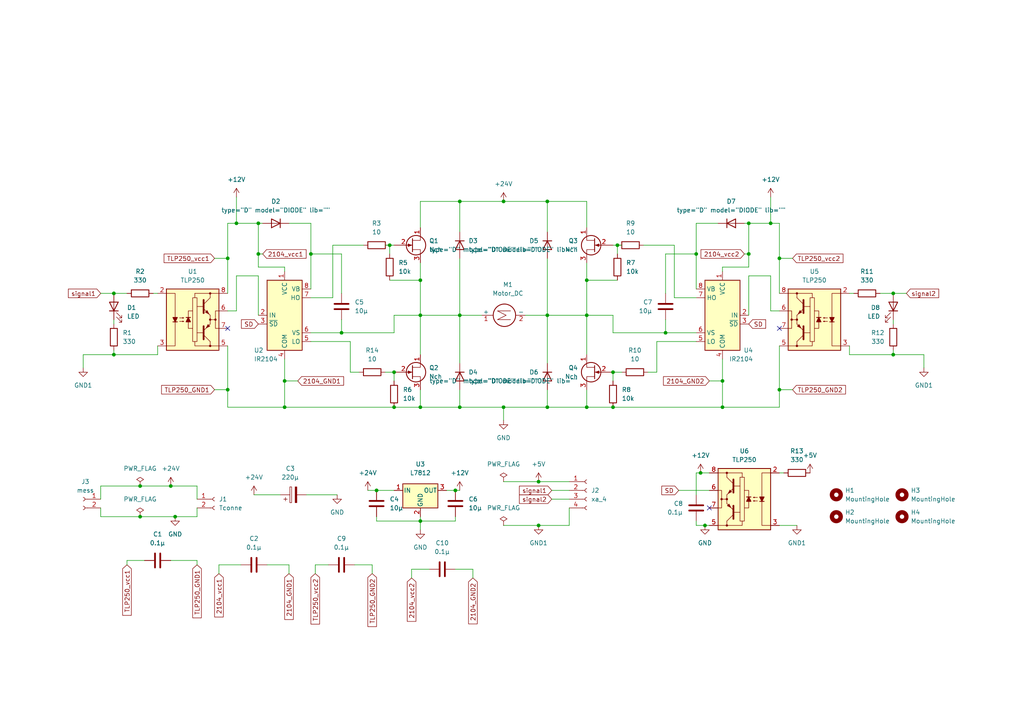
<source format=kicad_sch>
(kicad_sch (version 20211123) (generator eeschema)

  (uuid 69ffba5b-42a0-4120-9654-ced039c2480d)

  (paper "A4")

  (lib_symbols
    (symbol "Connector:Conn_01x02_Female" (pin_names (offset 1.016) hide) (in_bom yes) (on_board yes)
      (property "Reference" "J" (id 0) (at 0 2.54 0)
        (effects (font (size 1.27 1.27)))
      )
      (property "Value" "Conn_01x02_Female" (id 1) (at 0 -5.08 0)
        (effects (font (size 1.27 1.27)))
      )
      (property "Footprint" "" (id 2) (at 0 0 0)
        (effects (font (size 1.27 1.27)) hide)
      )
      (property "Datasheet" "~" (id 3) (at 0 0 0)
        (effects (font (size 1.27 1.27)) hide)
      )
      (property "ki_keywords" "connector" (id 4) (at 0 0 0)
        (effects (font (size 1.27 1.27)) hide)
      )
      (property "ki_description" "Generic connector, single row, 01x02, script generated (kicad-library-utils/schlib/autogen/connector/)" (id 5) (at 0 0 0)
        (effects (font (size 1.27 1.27)) hide)
      )
      (property "ki_fp_filters" "Connector*:*_1x??_*" (id 6) (at 0 0 0)
        (effects (font (size 1.27 1.27)) hide)
      )
      (symbol "Conn_01x02_Female_1_1"
        (arc (start 0 -2.032) (mid -0.508 -2.54) (end 0 -3.048)
          (stroke (width 0.1524) (type default) (color 0 0 0 0))
          (fill (type none))
        )
        (polyline
          (pts
            (xy -1.27 -2.54)
            (xy -0.508 -2.54)
          )
          (stroke (width 0.1524) (type default) (color 0 0 0 0))
          (fill (type none))
        )
        (polyline
          (pts
            (xy -1.27 0)
            (xy -0.508 0)
          )
          (stroke (width 0.1524) (type default) (color 0 0 0 0))
          (fill (type none))
        )
        (arc (start 0 0.508) (mid -0.508 0) (end 0 -0.508)
          (stroke (width 0.1524) (type default) (color 0 0 0 0))
          (fill (type none))
        )
        (pin passive line (at -5.08 0 0) (length 3.81)
          (name "Pin_1" (effects (font (size 1.27 1.27))))
          (number "1" (effects (font (size 1.27 1.27))))
        )
        (pin passive line (at -5.08 -2.54 0) (length 3.81)
          (name "Pin_2" (effects (font (size 1.27 1.27))))
          (number "2" (effects (font (size 1.27 1.27))))
        )
      )
    )
    (symbol "Connector:Conn_01x04_Female" (pin_names (offset 1.016) hide) (in_bom yes) (on_board yes)
      (property "Reference" "J" (id 0) (at 0 5.08 0)
        (effects (font (size 1.27 1.27)))
      )
      (property "Value" "Conn_01x04_Female" (id 1) (at 0 -7.62 0)
        (effects (font (size 1.27 1.27)))
      )
      (property "Footprint" "" (id 2) (at 0 0 0)
        (effects (font (size 1.27 1.27)) hide)
      )
      (property "Datasheet" "~" (id 3) (at 0 0 0)
        (effects (font (size 1.27 1.27)) hide)
      )
      (property "ki_keywords" "connector" (id 4) (at 0 0 0)
        (effects (font (size 1.27 1.27)) hide)
      )
      (property "ki_description" "Generic connector, single row, 01x04, script generated (kicad-library-utils/schlib/autogen/connector/)" (id 5) (at 0 0 0)
        (effects (font (size 1.27 1.27)) hide)
      )
      (property "ki_fp_filters" "Connector*:*_1x??_*" (id 6) (at 0 0 0)
        (effects (font (size 1.27 1.27)) hide)
      )
      (symbol "Conn_01x04_Female_1_1"
        (arc (start 0 -4.572) (mid -0.508 -5.08) (end 0 -5.588)
          (stroke (width 0.1524) (type default) (color 0 0 0 0))
          (fill (type none))
        )
        (arc (start 0 -2.032) (mid -0.508 -2.54) (end 0 -3.048)
          (stroke (width 0.1524) (type default) (color 0 0 0 0))
          (fill (type none))
        )
        (polyline
          (pts
            (xy -1.27 -5.08)
            (xy -0.508 -5.08)
          )
          (stroke (width 0.1524) (type default) (color 0 0 0 0))
          (fill (type none))
        )
        (polyline
          (pts
            (xy -1.27 -2.54)
            (xy -0.508 -2.54)
          )
          (stroke (width 0.1524) (type default) (color 0 0 0 0))
          (fill (type none))
        )
        (polyline
          (pts
            (xy -1.27 0)
            (xy -0.508 0)
          )
          (stroke (width 0.1524) (type default) (color 0 0 0 0))
          (fill (type none))
        )
        (polyline
          (pts
            (xy -1.27 2.54)
            (xy -0.508 2.54)
          )
          (stroke (width 0.1524) (type default) (color 0 0 0 0))
          (fill (type none))
        )
        (arc (start 0 0.508) (mid -0.508 0) (end 0 -0.508)
          (stroke (width 0.1524) (type default) (color 0 0 0 0))
          (fill (type none))
        )
        (arc (start 0 3.048) (mid -0.508 2.54) (end 0 2.032)
          (stroke (width 0.1524) (type default) (color 0 0 0 0))
          (fill (type none))
        )
        (pin passive line (at -5.08 2.54 0) (length 3.81)
          (name "Pin_1" (effects (font (size 1.27 1.27))))
          (number "1" (effects (font (size 1.27 1.27))))
        )
        (pin passive line (at -5.08 0 0) (length 3.81)
          (name "Pin_2" (effects (font (size 1.27 1.27))))
          (number "2" (effects (font (size 1.27 1.27))))
        )
        (pin passive line (at -5.08 -2.54 0) (length 3.81)
          (name "Pin_3" (effects (font (size 1.27 1.27))))
          (number "3" (effects (font (size 1.27 1.27))))
        )
        (pin passive line (at -5.08 -5.08 0) (length 3.81)
          (name "Pin_4" (effects (font (size 1.27 1.27))))
          (number "4" (effects (font (size 1.27 1.27))))
        )
      )
    )
    (symbol "Device:C" (pin_numbers hide) (pin_names (offset 0.254)) (in_bom yes) (on_board yes)
      (property "Reference" "C" (id 0) (at 0.635 2.54 0)
        (effects (font (size 1.27 1.27)) (justify left))
      )
      (property "Value" "C" (id 1) (at 0.635 -2.54 0)
        (effects (font (size 1.27 1.27)) (justify left))
      )
      (property "Footprint" "" (id 2) (at 0.9652 -3.81 0)
        (effects (font (size 1.27 1.27)) hide)
      )
      (property "Datasheet" "~" (id 3) (at 0 0 0)
        (effects (font (size 1.27 1.27)) hide)
      )
      (property "ki_keywords" "cap capacitor" (id 4) (at 0 0 0)
        (effects (font (size 1.27 1.27)) hide)
      )
      (property "ki_description" "Unpolarized capacitor" (id 5) (at 0 0 0)
        (effects (font (size 1.27 1.27)) hide)
      )
      (property "ki_fp_filters" "C_*" (id 6) (at 0 0 0)
        (effects (font (size 1.27 1.27)) hide)
      )
      (symbol "C_0_1"
        (polyline
          (pts
            (xy -2.032 -0.762)
            (xy 2.032 -0.762)
          )
          (stroke (width 0.508) (type default) (color 0 0 0 0))
          (fill (type none))
        )
        (polyline
          (pts
            (xy -2.032 0.762)
            (xy 2.032 0.762)
          )
          (stroke (width 0.508) (type default) (color 0 0 0 0))
          (fill (type none))
        )
      )
      (symbol "C_1_1"
        (pin passive line (at 0 3.81 270) (length 2.794)
          (name "~" (effects (font (size 1.27 1.27))))
          (number "1" (effects (font (size 1.27 1.27))))
        )
        (pin passive line (at 0 -3.81 90) (length 2.794)
          (name "~" (effects (font (size 1.27 1.27))))
          (number "2" (effects (font (size 1.27 1.27))))
        )
      )
    )
    (symbol "Device:C_Polarized" (pin_numbers hide) (pin_names (offset 0.254)) (in_bom yes) (on_board yes)
      (property "Reference" "C" (id 0) (at 0.635 2.54 0)
        (effects (font (size 1.27 1.27)) (justify left))
      )
      (property "Value" "C_Polarized" (id 1) (at 0.635 -2.54 0)
        (effects (font (size 1.27 1.27)) (justify left))
      )
      (property "Footprint" "" (id 2) (at 0.9652 -3.81 0)
        (effects (font (size 1.27 1.27)) hide)
      )
      (property "Datasheet" "~" (id 3) (at 0 0 0)
        (effects (font (size 1.27 1.27)) hide)
      )
      (property "ki_keywords" "cap capacitor" (id 4) (at 0 0 0)
        (effects (font (size 1.27 1.27)) hide)
      )
      (property "ki_description" "Polarized capacitor" (id 5) (at 0 0 0)
        (effects (font (size 1.27 1.27)) hide)
      )
      (property "ki_fp_filters" "CP_*" (id 6) (at 0 0 0)
        (effects (font (size 1.27 1.27)) hide)
      )
      (symbol "C_Polarized_0_1"
        (rectangle (start -2.286 0.508) (end 2.286 1.016)
          (stroke (width 0) (type default) (color 0 0 0 0))
          (fill (type none))
        )
        (polyline
          (pts
            (xy -1.778 2.286)
            (xy -0.762 2.286)
          )
          (stroke (width 0) (type default) (color 0 0 0 0))
          (fill (type none))
        )
        (polyline
          (pts
            (xy -1.27 2.794)
            (xy -1.27 1.778)
          )
          (stroke (width 0) (type default) (color 0 0 0 0))
          (fill (type none))
        )
        (rectangle (start 2.286 -0.508) (end -2.286 -1.016)
          (stroke (width 0) (type default) (color 0 0 0 0))
          (fill (type outline))
        )
      )
      (symbol "C_Polarized_1_1"
        (pin passive line (at 0 3.81 270) (length 2.794)
          (name "~" (effects (font (size 1.27 1.27))))
          (number "1" (effects (font (size 1.27 1.27))))
        )
        (pin passive line (at 0 -3.81 90) (length 2.794)
          (name "~" (effects (font (size 1.27 1.27))))
          (number "2" (effects (font (size 1.27 1.27))))
        )
      )
    )
    (symbol "Device:LED" (pin_numbers hide) (pin_names (offset 1.016) hide) (in_bom yes) (on_board yes)
      (property "Reference" "D" (id 0) (at 0 2.54 0)
        (effects (font (size 1.27 1.27)))
      )
      (property "Value" "LED" (id 1) (at 0 -2.54 0)
        (effects (font (size 1.27 1.27)))
      )
      (property "Footprint" "" (id 2) (at 0 0 0)
        (effects (font (size 1.27 1.27)) hide)
      )
      (property "Datasheet" "~" (id 3) (at 0 0 0)
        (effects (font (size 1.27 1.27)) hide)
      )
      (property "ki_keywords" "LED diode" (id 4) (at 0 0 0)
        (effects (font (size 1.27 1.27)) hide)
      )
      (property "ki_description" "Light emitting diode" (id 5) (at 0 0 0)
        (effects (font (size 1.27 1.27)) hide)
      )
      (property "ki_fp_filters" "LED* LED_SMD:* LED_THT:*" (id 6) (at 0 0 0)
        (effects (font (size 1.27 1.27)) hide)
      )
      (symbol "LED_0_1"
        (polyline
          (pts
            (xy -1.27 -1.27)
            (xy -1.27 1.27)
          )
          (stroke (width 0.254) (type default) (color 0 0 0 0))
          (fill (type none))
        )
        (polyline
          (pts
            (xy -1.27 0)
            (xy 1.27 0)
          )
          (stroke (width 0) (type default) (color 0 0 0 0))
          (fill (type none))
        )
        (polyline
          (pts
            (xy 1.27 -1.27)
            (xy 1.27 1.27)
            (xy -1.27 0)
            (xy 1.27 -1.27)
          )
          (stroke (width 0.254) (type default) (color 0 0 0 0))
          (fill (type none))
        )
        (polyline
          (pts
            (xy -3.048 -0.762)
            (xy -4.572 -2.286)
            (xy -3.81 -2.286)
            (xy -4.572 -2.286)
            (xy -4.572 -1.524)
          )
          (stroke (width 0) (type default) (color 0 0 0 0))
          (fill (type none))
        )
        (polyline
          (pts
            (xy -1.778 -0.762)
            (xy -3.302 -2.286)
            (xy -2.54 -2.286)
            (xy -3.302 -2.286)
            (xy -3.302 -1.524)
          )
          (stroke (width 0) (type default) (color 0 0 0 0))
          (fill (type none))
        )
      )
      (symbol "LED_1_1"
        (pin passive line (at -3.81 0 0) (length 2.54)
          (name "K" (effects (font (size 1.27 1.27))))
          (number "1" (effects (font (size 1.27 1.27))))
        )
        (pin passive line (at 3.81 0 180) (length 2.54)
          (name "A" (effects (font (size 1.27 1.27))))
          (number "2" (effects (font (size 1.27 1.27))))
        )
      )
    )
    (symbol "Device:Q_NJFET_DGS" (pin_names (offset 0) hide) (in_bom yes) (on_board yes)
      (property "Reference" "Q" (id 0) (at 5.08 1.27 0)
        (effects (font (size 1.27 1.27)) (justify left))
      )
      (property "Value" "Q_NJFET_DGS" (id 1) (at 5.08 -1.27 0)
        (effects (font (size 1.27 1.27)) (justify left))
      )
      (property "Footprint" "" (id 2) (at 5.08 2.54 0)
        (effects (font (size 1.27 1.27)) hide)
      )
      (property "Datasheet" "~" (id 3) (at 0 0 0)
        (effects (font (size 1.27 1.27)) hide)
      )
      (property "ki_keywords" "transistor NJFET N-JFET" (id 4) (at 0 0 0)
        (effects (font (size 1.27 1.27)) hide)
      )
      (property "ki_description" "N-JFET transistor, drain/gate/source" (id 5) (at 0 0 0)
        (effects (font (size 1.27 1.27)) hide)
      )
      (symbol "Q_NJFET_DGS_0_1"
        (polyline
          (pts
            (xy 0.254 1.905)
            (xy 0.254 -1.905)
            (xy 0.254 -1.905)
          )
          (stroke (width 0.254) (type default) (color 0 0 0 0))
          (fill (type none))
        )
        (polyline
          (pts
            (xy 2.54 -2.54)
            (xy 2.54 -1.27)
            (xy 0.254 -1.27)
          )
          (stroke (width 0) (type default) (color 0 0 0 0))
          (fill (type none))
        )
        (polyline
          (pts
            (xy 2.54 2.54)
            (xy 2.54 1.397)
            (xy 0.254 1.397)
          )
          (stroke (width 0) (type default) (color 0 0 0 0))
          (fill (type none))
        )
        (polyline
          (pts
            (xy 0 0)
            (xy -1.016 0.381)
            (xy -1.016 -0.381)
            (xy 0 0)
          )
          (stroke (width 0) (type default) (color 0 0 0 0))
          (fill (type outline))
        )
        (circle (center 1.27 0) (radius 2.8194)
          (stroke (width 0.254) (type default) (color 0 0 0 0))
          (fill (type none))
        )
      )
      (symbol "Q_NJFET_DGS_1_1"
        (pin passive line (at 2.54 5.08 270) (length 2.54)
          (name "D" (effects (font (size 1.27 1.27))))
          (number "1" (effects (font (size 1.27 1.27))))
        )
        (pin input line (at -5.08 0 0) (length 5.334)
          (name "G" (effects (font (size 1.27 1.27))))
          (number "2" (effects (font (size 1.27 1.27))))
        )
        (pin passive line (at 2.54 -5.08 90) (length 2.54)
          (name "S" (effects (font (size 1.27 1.27))))
          (number "3" (effects (font (size 1.27 1.27))))
        )
      )
    )
    (symbol "Device:R" (pin_numbers hide) (pin_names (offset 0)) (in_bom yes) (on_board yes)
      (property "Reference" "R" (id 0) (at 2.032 0 90)
        (effects (font (size 1.27 1.27)))
      )
      (property "Value" "R" (id 1) (at 0 0 90)
        (effects (font (size 1.27 1.27)))
      )
      (property "Footprint" "" (id 2) (at -1.778 0 90)
        (effects (font (size 1.27 1.27)) hide)
      )
      (property "Datasheet" "~" (id 3) (at 0 0 0)
        (effects (font (size 1.27 1.27)) hide)
      )
      (property "ki_keywords" "R res resistor" (id 4) (at 0 0 0)
        (effects (font (size 1.27 1.27)) hide)
      )
      (property "ki_description" "Resistor" (id 5) (at 0 0 0)
        (effects (font (size 1.27 1.27)) hide)
      )
      (property "ki_fp_filters" "R_*" (id 6) (at 0 0 0)
        (effects (font (size 1.27 1.27)) hide)
      )
      (symbol "R_0_1"
        (rectangle (start -1.016 -2.54) (end 1.016 2.54)
          (stroke (width 0.254) (type default) (color 0 0 0 0))
          (fill (type none))
        )
      )
      (symbol "R_1_1"
        (pin passive line (at 0 3.81 270) (length 1.27)
          (name "~" (effects (font (size 1.27 1.27))))
          (number "1" (effects (font (size 1.27 1.27))))
        )
        (pin passive line (at 0 -3.81 90) (length 1.27)
          (name "~" (effects (font (size 1.27 1.27))))
          (number "2" (effects (font (size 1.27 1.27))))
        )
      )
    )
    (symbol "Driver_FET:IR2104" (in_bom yes) (on_board yes)
      (property "Reference" "U" (id 0) (at 1.27 13.335 0)
        (effects (font (size 1.27 1.27)) (justify left))
      )
      (property "Value" "IR2104" (id 1) (at 1.27 11.43 0)
        (effects (font (size 1.27 1.27)) (justify left))
      )
      (property "Footprint" "" (id 2) (at 0 0 0)
        (effects (font (size 1.27 1.27) italic) hide)
      )
      (property "Datasheet" "https://www.infineon.com/dgdl/ir2104.pdf?fileId=5546d462533600a4015355c7c1c31671" (id 3) (at 0 0 0)
        (effects (font (size 1.27 1.27)) hide)
      )
      (property "ki_keywords" "Gate Driver" (id 4) (at 0 0 0)
        (effects (font (size 1.27 1.27)) hide)
      )
      (property "ki_description" "Half-Bridge Driver, 600V, 210/360mA, PDIP-8/SOIC-8" (id 5) (at 0 0 0)
        (effects (font (size 1.27 1.27)) hide)
      )
      (property "ki_fp_filters" "SOIC*3.9x4.9mm*P1.27mm* DIP*W7.62mm*" (id 6) (at 0 0 0)
        (effects (font (size 1.27 1.27)) hide)
      )
      (symbol "IR2104_0_1"
        (rectangle (start -5.08 -10.16) (end 5.08 10.16)
          (stroke (width 0.254) (type default) (color 0 0 0 0))
          (fill (type background))
        )
      )
      (symbol "IR2104_1_1"
        (pin power_in line (at 0 12.7 270) (length 2.54)
          (name "VCC" (effects (font (size 1.27 1.27))))
          (number "1" (effects (font (size 1.27 1.27))))
        )
        (pin input line (at -7.62 0 0) (length 2.54)
          (name "IN" (effects (font (size 1.27 1.27))))
          (number "2" (effects (font (size 1.27 1.27))))
        )
        (pin input line (at -7.62 -2.54 0) (length 2.54)
          (name "~{SD}" (effects (font (size 1.27 1.27))))
          (number "3" (effects (font (size 1.27 1.27))))
        )
        (pin power_in line (at 0 -12.7 90) (length 2.54)
          (name "COM" (effects (font (size 1.27 1.27))))
          (number "4" (effects (font (size 1.27 1.27))))
        )
        (pin output line (at 7.62 -7.62 180) (length 2.54)
          (name "LO" (effects (font (size 1.27 1.27))))
          (number "5" (effects (font (size 1.27 1.27))))
        )
        (pin passive line (at 7.62 -5.08 180) (length 2.54)
          (name "VS" (effects (font (size 1.27 1.27))))
          (number "6" (effects (font (size 1.27 1.27))))
        )
        (pin output line (at 7.62 5.08 180) (length 2.54)
          (name "HO" (effects (font (size 1.27 1.27))))
          (number "7" (effects (font (size 1.27 1.27))))
        )
        (pin passive line (at 7.62 7.62 180) (length 2.54)
          (name "VB" (effects (font (size 1.27 1.27))))
          (number "8" (effects (font (size 1.27 1.27))))
        )
      )
    )
    (symbol "Driver_FET:TLP250" (pin_names hide) (in_bom yes) (on_board yes)
      (property "Reference" "U" (id 0) (at 0 12.7 0)
        (effects (font (size 1.27 1.27)))
      )
      (property "Value" "TLP250" (id 1) (at 0 10.16 0)
        (effects (font (size 1.27 1.27)))
      )
      (property "Footprint" "Package_DIP:DIP-8_W7.62mm" (id 2) (at 0 -10.16 0)
        (effects (font (size 1.27 1.27) italic) hide)
      )
      (property "Datasheet" "http://toshiba.semicon-storage.com/info/docget.jsp?did=16821&prodName=TLP250" (id 3) (at -2.286 0.127 0)
        (effects (font (size 1.27 1.27)) (justify left) hide)
      )
      (property "ki_keywords" "MOSFET Driver IGBT Driver Optocoupler" (id 4) (at 0 0 0)
        (effects (font (size 1.27 1.27)) hide)
      )
      (property "ki_description" "Gate Drive Optocoupler, Output Current 1.5/1.5A, DIP-8" (id 5) (at 0 0 0)
        (effects (font (size 1.27 1.27)) hide)
      )
      (property "ki_fp_filters" "DIP*W7.62mm*" (id 6) (at 0 0 0)
        (effects (font (size 1.27 1.27)) hide)
      )
      (symbol "TLP250_0_1"
        (rectangle (start -7.62 8.89) (end 7.62 -8.89)
          (stroke (width 0.254) (type default) (color 0 0 0 0))
          (fill (type background))
        )
        (polyline
          (pts
            (xy -5.715 -0.635)
            (xy -4.445 -0.635)
          )
          (stroke (width 0.254) (type default) (color 0 0 0 0))
          (fill (type none))
        )
        (polyline
          (pts
            (xy -0.635 0.635)
            (xy -1.905 0.635)
          )
          (stroke (width 0.254) (type default) (color 0 0 0 0))
          (fill (type none))
        )
        (polyline
          (pts
            (xy 3.048 -3.81)
            (xy 1.27 -3.81)
          )
          (stroke (width 0) (type default) (color 0 0 0 0))
          (fill (type none))
        )
        (polyline
          (pts
            (xy 3.048 3.81)
            (xy 1.27 3.81)
          )
          (stroke (width 0) (type default) (color 0 0 0 0))
          (fill (type none))
        )
        (polyline
          (pts
            (xy 3.175 -4.445)
            (xy 5.08 -6.35)
          )
          (stroke (width 0) (type default) (color 0 0 0 0))
          (fill (type none))
        )
        (polyline
          (pts
            (xy 3.175 4.445)
            (xy 5.08 6.35)
          )
          (stroke (width 0) (type default) (color 0 0 0 0))
          (fill (type none))
        )
        (polyline
          (pts
            (xy 5.08 -6.35)
            (xy 5.08 -7.62)
          )
          (stroke (width 0) (type default) (color 0 0 0 0))
          (fill (type none))
        )
        (polyline
          (pts
            (xy 5.08 -1.27)
            (xy 3.175 -3.175)
          )
          (stroke (width 0) (type default) (color 0 0 0 0))
          (fill (type outline))
        )
        (polyline
          (pts
            (xy 5.08 0)
            (xy 6.604 0)
          )
          (stroke (width 0) (type default) (color 0 0 0 0))
          (fill (type none))
        )
        (polyline
          (pts
            (xy 5.08 1.27)
            (xy 3.175 3.175)
          )
          (stroke (width 0) (type default) (color 0 0 0 0))
          (fill (type outline))
        )
        (polyline
          (pts
            (xy 5.08 6.35)
            (xy 5.08 7.62)
          )
          (stroke (width 0) (type default) (color 0 0 0 0))
          (fill (type none))
        )
        (polyline
          (pts
            (xy 7.62 7.62)
            (xy 0.635 7.62)
          )
          (stroke (width 0) (type default) (color 0 0 0 0))
          (fill (type none))
        )
        (polyline
          (pts
            (xy -1.27 -0.635)
            (xy -1.27 -2.54)
            (xy 0 -2.54)
          )
          (stroke (width 0) (type default) (color 0 0 0 0))
          (fill (type none))
        )
        (polyline
          (pts
            (xy -1.27 0.635)
            (xy -1.27 2.54)
            (xy 0 2.54)
          )
          (stroke (width 0) (type default) (color 0 0 0 0))
          (fill (type none))
        )
        (polyline
          (pts
            (xy 0.635 -6.35)
            (xy 0.635 -7.62)
            (xy 7.62 -7.62)
          )
          (stroke (width 0) (type default) (color 0 0 0 0))
          (fill (type none))
        )
        (polyline
          (pts
            (xy 3.175 -5.715)
            (xy 3.175 -1.905)
            (xy 3.175 -1.905)
          )
          (stroke (width 0.508) (type default) (color 0 0 0 0))
          (fill (type none))
        )
        (polyline
          (pts
            (xy 3.175 5.715)
            (xy 3.175 1.905)
            (xy 3.175 1.905)
          )
          (stroke (width 0.508) (type default) (color 0 0 0 0))
          (fill (type none))
        )
        (polyline
          (pts
            (xy -7.62 7.62)
            (xy -5.08 7.62)
            (xy -5.08 -7.62)
            (xy -7.62 -7.62)
          )
          (stroke (width 0) (type default) (color 0 0 0 0))
          (fill (type none))
        )
        (polyline
          (pts
            (xy -5.08 -0.635)
            (xy -5.715 0.635)
            (xy -4.445 0.635)
            (xy -5.08 -0.635)
          )
          (stroke (width 0.254) (type default) (color 0 0 0 0))
          (fill (type outline))
        )
        (polyline
          (pts
            (xy -1.27 0.635)
            (xy -0.635 -0.635)
            (xy -1.905 -0.635)
            (xy -1.27 0.635)
          )
          (stroke (width 0.254) (type default) (color 0 0 0 0))
          (fill (type outline))
        )
        (polyline
          (pts
            (xy 7.62 2.54)
            (xy 6.604 2.54)
            (xy 6.604 -2.54)
            (xy 7.62 -2.54)
          )
          (stroke (width 0) (type default) (color 0 0 0 0))
          (fill (type none))
        )
        (polyline
          (pts
            (xy -3.81 -0.508)
            (xy -2.54 -0.508)
            (xy -2.921 -0.635)
            (xy -2.921 -0.381)
            (xy -2.54 -0.508)
          )
          (stroke (width 0) (type default) (color 0 0 0 0))
          (fill (type none))
        )
        (polyline
          (pts
            (xy -3.81 0.508)
            (xy -2.54 0.508)
            (xy -2.921 0.381)
            (xy -2.921 0.635)
            (xy -2.54 0.508)
          )
          (stroke (width 0) (type default) (color 0 0 0 0))
          (fill (type none))
        )
        (polyline
          (pts
            (xy 1.27 6.35)
            (xy 1.27 -6.35)
            (xy 0 -6.35)
            (xy 0 6.35)
            (xy 1.27 6.35)
          )
          (stroke (width 0) (type default) (color 0 0 0 0))
          (fill (type none))
        )
        (polyline
          (pts
            (xy 3.683 2.159)
            (xy 4.191 2.667)
            (xy 4.699 1.651)
            (xy 3.683 2.159)
            (xy 3.683 2.159)
          )
          (stroke (width 0) (type default) (color 0 0 0 0))
          (fill (type outline))
        )
        (polyline
          (pts
            (xy 4.953 -1.905)
            (xy 4.445 -1.397)
            (xy 3.937 -2.413)
            (xy 4.953 -1.905)
            (xy 4.953 -1.905)
          )
          (stroke (width 0) (type default) (color 0 0 0 0))
          (fill (type outline))
        )
        (rectangle (start 0.635 6.35) (end 0.635 6.35)
          (stroke (width 0) (type default) (color 0 0 0 0))
          (fill (type none))
        )
        (rectangle (start 0.635 6.35) (end 0.635 7.62)
          (stroke (width 0) (type default) (color 0 0 0 0))
          (fill (type none))
        )
        (circle (center 5.08 -7.62) (radius 0.254)
          (stroke (width 0) (type default) (color 0 0 0 0))
          (fill (type outline))
        )
        (circle (center 5.08 0) (radius 0.254)
          (stroke (width 0) (type default) (color 0 0 0 0))
          (fill (type outline))
        )
        (rectangle (start 5.08 1.27) (end 5.08 -1.27)
          (stroke (width 0) (type default) (color 0 0 0 0))
          (fill (type none))
        )
        (circle (center 5.08 7.62) (radius 0.254)
          (stroke (width 0) (type default) (color 0 0 0 0))
          (fill (type outline))
        )
        (circle (center 6.604 0) (radius 0.254)
          (stroke (width 0) (type default) (color 0 0 0 0))
          (fill (type outline))
        )
      )
      (symbol "TLP250_1_1"
        (pin no_connect line (at -7.62 2.54 0) (length 2.54) hide
          (name "NC" (effects (font (size 1.27 1.27))))
          (number "1" (effects (font (size 1.27 1.27))))
        )
        (pin passive line (at -10.16 7.62 0) (length 2.54)
          (name "A" (effects (font (size 1.27 1.27))))
          (number "2" (effects (font (size 1.27 1.27))))
        )
        (pin passive line (at -10.16 -7.62 0) (length 2.54)
          (name "C" (effects (font (size 1.27 1.27))))
          (number "3" (effects (font (size 1.27 1.27))))
        )
        (pin no_connect line (at -7.62 -2.54 0) (length 2.54) hide
          (name "NC" (effects (font (size 1.27 1.27))))
          (number "4" (effects (font (size 1.27 1.27))))
        )
        (pin power_in line (at 10.16 -7.62 180) (length 2.54)
          (name "VEE" (effects (font (size 1.27 1.27))))
          (number "5" (effects (font (size 1.27 1.27))))
        )
        (pin output line (at 10.16 2.54 180) (length 2.54)
          (name "VO" (effects (font (size 1.27 1.27))))
          (number "6" (effects (font (size 1.27 1.27))))
        )
        (pin output line (at 10.16 -2.54 180) (length 2.54)
          (name "VO" (effects (font (size 1.27 1.27))))
          (number "7" (effects (font (size 1.27 1.27))))
        )
        (pin power_in line (at 10.16 7.62 180) (length 2.54)
          (name "VCC" (effects (font (size 1.27 1.27))))
          (number "8" (effects (font (size 1.27 1.27))))
        )
      )
    )
    (symbol "Mechanical:MountingHole" (pin_names (offset 1.016)) (in_bom yes) (on_board yes)
      (property "Reference" "H" (id 0) (at 0 5.08 0)
        (effects (font (size 1.27 1.27)))
      )
      (property "Value" "MountingHole" (id 1) (at 0 3.175 0)
        (effects (font (size 1.27 1.27)))
      )
      (property "Footprint" "" (id 2) (at 0 0 0)
        (effects (font (size 1.27 1.27)) hide)
      )
      (property "Datasheet" "~" (id 3) (at 0 0 0)
        (effects (font (size 1.27 1.27)) hide)
      )
      (property "ki_keywords" "mounting hole" (id 4) (at 0 0 0)
        (effects (font (size 1.27 1.27)) hide)
      )
      (property "ki_description" "Mounting Hole without connection" (id 5) (at 0 0 0)
        (effects (font (size 1.27 1.27)) hide)
      )
      (property "ki_fp_filters" "MountingHole*" (id 6) (at 0 0 0)
        (effects (font (size 1.27 1.27)) hide)
      )
      (symbol "MountingHole_0_1"
        (circle (center 0 0) (radius 1.27)
          (stroke (width 1.27) (type default) (color 0 0 0 0))
          (fill (type none))
        )
      )
    )
    (symbol "Motor:Motor_DC" (pin_names (offset 0)) (in_bom yes) (on_board yes)
      (property "Reference" "M" (id 0) (at 2.54 2.54 0)
        (effects (font (size 1.27 1.27)) (justify left))
      )
      (property "Value" "Motor_DC" (id 1) (at 2.54 -5.08 0)
        (effects (font (size 1.27 1.27)) (justify left top))
      )
      (property "Footprint" "" (id 2) (at 0 -2.286 0)
        (effects (font (size 1.27 1.27)) hide)
      )
      (property "Datasheet" "~" (id 3) (at 0 -2.286 0)
        (effects (font (size 1.27 1.27)) hide)
      )
      (property "ki_keywords" "DC Motor" (id 4) (at 0 0 0)
        (effects (font (size 1.27 1.27)) hide)
      )
      (property "ki_description" "DC Motor" (id 5) (at 0 0 0)
        (effects (font (size 1.27 1.27)) hide)
      )
      (property "ki_fp_filters" "PinHeader*P2.54mm* TerminalBlock*" (id 6) (at 0 0 0)
        (effects (font (size 1.27 1.27)) hide)
      )
      (symbol "Motor_DC_0_0"
        (polyline
          (pts
            (xy -1.27 -3.302)
            (xy -1.27 0.508)
            (xy 0 -2.032)
            (xy 1.27 0.508)
            (xy 1.27 -3.302)
          )
          (stroke (width 0) (type default) (color 0 0 0 0))
          (fill (type none))
        )
      )
      (symbol "Motor_DC_0_1"
        (circle (center 0 -1.524) (radius 3.2512)
          (stroke (width 0.254) (type default) (color 0 0 0 0))
          (fill (type none))
        )
        (polyline
          (pts
            (xy 0 -7.62)
            (xy 0 -7.112)
          )
          (stroke (width 0) (type default) (color 0 0 0 0))
          (fill (type none))
        )
        (polyline
          (pts
            (xy 0 -4.7752)
            (xy 0 -5.1816)
          )
          (stroke (width 0) (type default) (color 0 0 0 0))
          (fill (type none))
        )
        (polyline
          (pts
            (xy 0 1.7272)
            (xy 0 2.0828)
          )
          (stroke (width 0) (type default) (color 0 0 0 0))
          (fill (type none))
        )
        (polyline
          (pts
            (xy 0 2.032)
            (xy 0 2.54)
          )
          (stroke (width 0) (type default) (color 0 0 0 0))
          (fill (type none))
        )
      )
      (symbol "Motor_DC_1_1"
        (pin passive line (at 0 5.08 270) (length 2.54)
          (name "+" (effects (font (size 1.27 1.27))))
          (number "1" (effects (font (size 1.27 1.27))))
        )
        (pin passive line (at 0 -7.62 90) (length 2.54)
          (name "-" (effects (font (size 1.27 1.27))))
          (number "2" (effects (font (size 1.27 1.27))))
        )
      )
    )
    (symbol "Regulator_Linear:L7812" (pin_names (offset 0.254)) (in_bom yes) (on_board yes)
      (property "Reference" "U" (id 0) (at -3.81 3.175 0)
        (effects (font (size 1.27 1.27)))
      )
      (property "Value" "L7812" (id 1) (at 0 3.175 0)
        (effects (font (size 1.27 1.27)) (justify left))
      )
      (property "Footprint" "" (id 2) (at 0.635 -3.81 0)
        (effects (font (size 1.27 1.27) italic) (justify left) hide)
      )
      (property "Datasheet" "http://www.st.com/content/ccc/resource/technical/document/datasheet/41/4f/b3/b0/12/d4/47/88/CD00000444.pdf/files/CD00000444.pdf/jcr:content/translations/en.CD00000444.pdf" (id 3) (at 0 -1.27 0)
        (effects (font (size 1.27 1.27)) hide)
      )
      (property "ki_keywords" "Voltage Regulator 1.5A Positive" (id 4) (at 0 0 0)
        (effects (font (size 1.27 1.27)) hide)
      )
      (property "ki_description" "Positive 1.5A 35V Linear Regulator, Fixed Output 12V, TO-220/TO-263/TO-252" (id 5) (at 0 0 0)
        (effects (font (size 1.27 1.27)) hide)
      )
      (property "ki_fp_filters" "TO?252* TO?263* TO?220*" (id 6) (at 0 0 0)
        (effects (font (size 1.27 1.27)) hide)
      )
      (symbol "L7812_0_1"
        (rectangle (start -5.08 1.905) (end 5.08 -5.08)
          (stroke (width 0.254) (type default) (color 0 0 0 0))
          (fill (type background))
        )
      )
      (symbol "L7812_1_1"
        (pin power_in line (at -7.62 0 0) (length 2.54)
          (name "IN" (effects (font (size 1.27 1.27))))
          (number "1" (effects (font (size 1.27 1.27))))
        )
        (pin power_in line (at 0 -7.62 90) (length 2.54)
          (name "GND" (effects (font (size 1.27 1.27))))
          (number "2" (effects (font (size 1.27 1.27))))
        )
        (pin power_out line (at 7.62 0 180) (length 2.54)
          (name "OUT" (effects (font (size 1.27 1.27))))
          (number "3" (effects (font (size 1.27 1.27))))
        )
      )
    )
    (symbol "Simulation_SPICE:DIODE" (pin_numbers hide) (pin_names (offset 1.016) hide) (in_bom yes) (on_board yes)
      (property "Reference" "D" (id 0) (at 0 2.54 0)
        (effects (font (size 1.27 1.27)))
      )
      (property "Value" "DIODE" (id 1) (at 0 -2.54 0)
        (effects (font (size 1.27 1.27)))
      )
      (property "Footprint" "" (id 2) (at 0 0 0)
        (effects (font (size 1.27 1.27)) hide)
      )
      (property "Datasheet" "~" (id 3) (at 0 0 0)
        (effects (font (size 1.27 1.27)) hide)
      )
      (property "Spice_Netlist_Enabled" "Y" (id 4) (at 0 0 0)
        (effects (font (size 1.27 1.27)) (justify left) hide)
      )
      (property "Spice_Primitive" "D" (id 5) (at 0 0 0)
        (effects (font (size 1.27 1.27)) (justify left) hide)
      )
      (property "ki_keywords" "simulation" (id 6) (at 0 0 0)
        (effects (font (size 1.27 1.27)) hide)
      )
      (property "ki_description" "Diode, anode on pin 1, for simulation only!" (id 7) (at 0 0 0)
        (effects (font (size 1.27 1.27)) hide)
      )
      (symbol "DIODE_0_1"
        (polyline
          (pts
            (xy 1.27 0)
            (xy -1.27 0)
          )
          (stroke (width 0) (type default) (color 0 0 0 0))
          (fill (type none))
        )
        (polyline
          (pts
            (xy 1.27 1.27)
            (xy 1.27 -1.27)
          )
          (stroke (width 0.254) (type default) (color 0 0 0 0))
          (fill (type none))
        )
        (polyline
          (pts
            (xy -1.27 -1.27)
            (xy -1.27 1.27)
            (xy 1.27 0)
            (xy -1.27 -1.27)
          )
          (stroke (width 0.254) (type default) (color 0 0 0 0))
          (fill (type none))
        )
      )
      (symbol "DIODE_1_1"
        (pin passive line (at -3.81 0 0) (length 2.54)
          (name "A" (effects (font (size 1.27 1.27))))
          (number "1" (effects (font (size 1.27 1.27))))
        )
        (pin passive line (at 3.81 0 180) (length 2.54)
          (name "K" (effects (font (size 1.27 1.27))))
          (number "2" (effects (font (size 1.27 1.27))))
        )
      )
    )
    (symbol "power:+12V" (power) (pin_names (offset 0)) (in_bom yes) (on_board yes)
      (property "Reference" "#PWR" (id 0) (at 0 -3.81 0)
        (effects (font (size 1.27 1.27)) hide)
      )
      (property "Value" "+12V" (id 1) (at 0 3.556 0)
        (effects (font (size 1.27 1.27)))
      )
      (property "Footprint" "" (id 2) (at 0 0 0)
        (effects (font (size 1.27 1.27)) hide)
      )
      (property "Datasheet" "" (id 3) (at 0 0 0)
        (effects (font (size 1.27 1.27)) hide)
      )
      (property "ki_keywords" "power-flag" (id 4) (at 0 0 0)
        (effects (font (size 1.27 1.27)) hide)
      )
      (property "ki_description" "Power symbol creates a global label with name \"+12V\"" (id 5) (at 0 0 0)
        (effects (font (size 1.27 1.27)) hide)
      )
      (symbol "+12V_0_1"
        (polyline
          (pts
            (xy -0.762 1.27)
            (xy 0 2.54)
          )
          (stroke (width 0) (type default) (color 0 0 0 0))
          (fill (type none))
        )
        (polyline
          (pts
            (xy 0 0)
            (xy 0 2.54)
          )
          (stroke (width 0) (type default) (color 0 0 0 0))
          (fill (type none))
        )
        (polyline
          (pts
            (xy 0 2.54)
            (xy 0.762 1.27)
          )
          (stroke (width 0) (type default) (color 0 0 0 0))
          (fill (type none))
        )
      )
      (symbol "+12V_1_1"
        (pin power_in line (at 0 0 90) (length 0) hide
          (name "+12V" (effects (font (size 1.27 1.27))))
          (number "1" (effects (font (size 1.27 1.27))))
        )
      )
    )
    (symbol "power:+24V" (power) (pin_names (offset 0)) (in_bom yes) (on_board yes)
      (property "Reference" "#PWR" (id 0) (at 0 -3.81 0)
        (effects (font (size 1.27 1.27)) hide)
      )
      (property "Value" "+24V" (id 1) (at 0 3.556 0)
        (effects (font (size 1.27 1.27)))
      )
      (property "Footprint" "" (id 2) (at 0 0 0)
        (effects (font (size 1.27 1.27)) hide)
      )
      (property "Datasheet" "" (id 3) (at 0 0 0)
        (effects (font (size 1.27 1.27)) hide)
      )
      (property "ki_keywords" "power-flag" (id 4) (at 0 0 0)
        (effects (font (size 1.27 1.27)) hide)
      )
      (property "ki_description" "Power symbol creates a global label with name \"+24V\"" (id 5) (at 0 0 0)
        (effects (font (size 1.27 1.27)) hide)
      )
      (symbol "+24V_0_1"
        (polyline
          (pts
            (xy -0.762 1.27)
            (xy 0 2.54)
          )
          (stroke (width 0) (type default) (color 0 0 0 0))
          (fill (type none))
        )
        (polyline
          (pts
            (xy 0 0)
            (xy 0 2.54)
          )
          (stroke (width 0) (type default) (color 0 0 0 0))
          (fill (type none))
        )
        (polyline
          (pts
            (xy 0 2.54)
            (xy 0.762 1.27)
          )
          (stroke (width 0) (type default) (color 0 0 0 0))
          (fill (type none))
        )
      )
      (symbol "+24V_1_1"
        (pin power_in line (at 0 0 90) (length 0) hide
          (name "+24V" (effects (font (size 1.27 1.27))))
          (number "1" (effects (font (size 1.27 1.27))))
        )
      )
    )
    (symbol "power:+5V" (power) (pin_names (offset 0)) (in_bom yes) (on_board yes)
      (property "Reference" "#PWR" (id 0) (at 0 -3.81 0)
        (effects (font (size 1.27 1.27)) hide)
      )
      (property "Value" "+5V" (id 1) (at 0 3.556 0)
        (effects (font (size 1.27 1.27)))
      )
      (property "Footprint" "" (id 2) (at 0 0 0)
        (effects (font (size 1.27 1.27)) hide)
      )
      (property "Datasheet" "" (id 3) (at 0 0 0)
        (effects (font (size 1.27 1.27)) hide)
      )
      (property "ki_keywords" "power-flag" (id 4) (at 0 0 0)
        (effects (font (size 1.27 1.27)) hide)
      )
      (property "ki_description" "Power symbol creates a global label with name \"+5V\"" (id 5) (at 0 0 0)
        (effects (font (size 1.27 1.27)) hide)
      )
      (symbol "+5V_0_1"
        (polyline
          (pts
            (xy -0.762 1.27)
            (xy 0 2.54)
          )
          (stroke (width 0) (type default) (color 0 0 0 0))
          (fill (type none))
        )
        (polyline
          (pts
            (xy 0 0)
            (xy 0 2.54)
          )
          (stroke (width 0) (type default) (color 0 0 0 0))
          (fill (type none))
        )
        (polyline
          (pts
            (xy 0 2.54)
            (xy 0.762 1.27)
          )
          (stroke (width 0) (type default) (color 0 0 0 0))
          (fill (type none))
        )
      )
      (symbol "+5V_1_1"
        (pin power_in line (at 0 0 90) (length 0) hide
          (name "+5V" (effects (font (size 1.27 1.27))))
          (number "1" (effects (font (size 1.27 1.27))))
        )
      )
    )
    (symbol "power:GND" (power) (pin_names (offset 0)) (in_bom yes) (on_board yes)
      (property "Reference" "#PWR" (id 0) (at 0 -6.35 0)
        (effects (font (size 1.27 1.27)) hide)
      )
      (property "Value" "GND" (id 1) (at 0 -3.81 0)
        (effects (font (size 1.27 1.27)))
      )
      (property "Footprint" "" (id 2) (at 0 0 0)
        (effects (font (size 1.27 1.27)) hide)
      )
      (property "Datasheet" "" (id 3) (at 0 0 0)
        (effects (font (size 1.27 1.27)) hide)
      )
      (property "ki_keywords" "power-flag" (id 4) (at 0 0 0)
        (effects (font (size 1.27 1.27)) hide)
      )
      (property "ki_description" "Power symbol creates a global label with name \"GND\" , ground" (id 5) (at 0 0 0)
        (effects (font (size 1.27 1.27)) hide)
      )
      (symbol "GND_0_1"
        (polyline
          (pts
            (xy 0 0)
            (xy 0 -1.27)
            (xy 1.27 -1.27)
            (xy 0 -2.54)
            (xy -1.27 -1.27)
            (xy 0 -1.27)
          )
          (stroke (width 0) (type default) (color 0 0 0 0))
          (fill (type none))
        )
      )
      (symbol "GND_1_1"
        (pin power_in line (at 0 0 270) (length 0) hide
          (name "GND" (effects (font (size 1.27 1.27))))
          (number "1" (effects (font (size 1.27 1.27))))
        )
      )
    )
    (symbol "power:GND1" (power) (pin_names (offset 0)) (in_bom yes) (on_board yes)
      (property "Reference" "#PWR" (id 0) (at 0 -6.35 0)
        (effects (font (size 1.27 1.27)) hide)
      )
      (property "Value" "GND1" (id 1) (at 0 -3.81 0)
        (effects (font (size 1.27 1.27)))
      )
      (property "Footprint" "" (id 2) (at 0 0 0)
        (effects (font (size 1.27 1.27)) hide)
      )
      (property "Datasheet" "" (id 3) (at 0 0 0)
        (effects (font (size 1.27 1.27)) hide)
      )
      (property "ki_keywords" "power-flag" (id 4) (at 0 0 0)
        (effects (font (size 1.27 1.27)) hide)
      )
      (property "ki_description" "Power symbol creates a global label with name \"GND1\" , ground" (id 5) (at 0 0 0)
        (effects (font (size 1.27 1.27)) hide)
      )
      (symbol "GND1_0_1"
        (polyline
          (pts
            (xy 0 0)
            (xy 0 -1.27)
            (xy 1.27 -1.27)
            (xy 0 -2.54)
            (xy -1.27 -1.27)
            (xy 0 -1.27)
          )
          (stroke (width 0) (type default) (color 0 0 0 0))
          (fill (type none))
        )
      )
      (symbol "GND1_1_1"
        (pin power_in line (at 0 0 270) (length 0) hide
          (name "GND1" (effects (font (size 1.27 1.27))))
          (number "1" (effects (font (size 1.27 1.27))))
        )
      )
    )
    (symbol "power:PWR_FLAG" (power) (pin_numbers hide) (pin_names (offset 0) hide) (in_bom yes) (on_board yes)
      (property "Reference" "#FLG" (id 0) (at 0 1.905 0)
        (effects (font (size 1.27 1.27)) hide)
      )
      (property "Value" "PWR_FLAG" (id 1) (at 0 3.81 0)
        (effects (font (size 1.27 1.27)))
      )
      (property "Footprint" "" (id 2) (at 0 0 0)
        (effects (font (size 1.27 1.27)) hide)
      )
      (property "Datasheet" "~" (id 3) (at 0 0 0)
        (effects (font (size 1.27 1.27)) hide)
      )
      (property "ki_keywords" "power-flag" (id 4) (at 0 0 0)
        (effects (font (size 1.27 1.27)) hide)
      )
      (property "ki_description" "Special symbol for telling ERC where power comes from" (id 5) (at 0 0 0)
        (effects (font (size 1.27 1.27)) hide)
      )
      (symbol "PWR_FLAG_0_0"
        (pin power_out line (at 0 0 90) (length 0)
          (name "pwr" (effects (font (size 1.27 1.27))))
          (number "1" (effects (font (size 1.27 1.27))))
        )
      )
      (symbol "PWR_FLAG_0_1"
        (polyline
          (pts
            (xy 0 0)
            (xy 0 1.27)
            (xy -1.016 1.905)
            (xy 0 2.54)
            (xy 1.016 1.905)
            (xy 0 1.27)
          )
          (stroke (width 0) (type default) (color 0 0 0 0))
          (fill (type none))
        )
      )
    )
  )

  (junction (at 209.55 118.11) (diameter 0) (color 0 0 0 0)
    (uuid 02ff67fe-6e7b-430d-bc09-07a2186b3003)
  )
  (junction (at 259.08 85.09) (diameter 0) (color 0 0 0 0)
    (uuid 0e539bcd-3e00-45cf-96e5-8abf5fa0592f)
  )
  (junction (at 33.02 85.09) (diameter 0) (color 0 0 0 0)
    (uuid 0f7bae5c-932a-44aa-aaf2-dfee4e711524)
  )
  (junction (at 82.55 118.11) (diameter 0) (color 0 0 0 0)
    (uuid 142beb38-57bd-426b-ac44-87761c8f83db)
  )
  (junction (at 133.35 58.42) (diameter 0) (color 0 0 0 0)
    (uuid 1552dfbc-b7a7-4a27-9455-cefe30f8c6cb)
  )
  (junction (at 74.93 64.77) (diameter 0) (color 0 0 0 0)
    (uuid 1692c56f-e696-49b8-bbab-0be9e95a18ac)
  )
  (junction (at 177.8 118.11) (diameter 0) (color 0 0 0 0)
    (uuid 1c7de194-7667-4fa4-a0a0-ed939c7dd1ab)
  )
  (junction (at 226.06 74.93) (diameter 0) (color 0 0 0 0)
    (uuid 1e7f4e10-528f-4c67-9cd3-de6c828b8959)
  )
  (junction (at 90.17 73.66) (diameter 0) (color 0 0 0 0)
    (uuid 2a62d1ab-8507-4fa3-af5b-0d8f109a669f)
  )
  (junction (at 109.22 142.24) (diameter 0) (color 0 0 0 0)
    (uuid 2d252f0a-b4fa-453d-a41c-d5d9d10fed87)
  )
  (junction (at 223.52 64.77) (diameter 0) (color 0 0 0 0)
    (uuid 359aa58d-b805-4e55-8788-dea35c3e3614)
  )
  (junction (at 82.55 110.49) (diameter 0) (color 0 0 0 0)
    (uuid 3b344fb3-5758-43c0-97ca-1b4d1836eabb)
  )
  (junction (at 121.92 91.44) (diameter 0) (color 0 0 0 0)
    (uuid 40917c98-7f21-41a4-bfed-a0f268c7e941)
  )
  (junction (at 259.08 102.87) (diameter 0) (color 0 0 0 0)
    (uuid 4b33d45d-54d0-403a-a18f-6e82d413c316)
  )
  (junction (at 170.18 91.44) (diameter 0) (color 0 0 0 0)
    (uuid 571a5c9c-2cf9-475e-9997-f7b1914bf612)
  )
  (junction (at 40.64 149.86) (diameter 0) (color 0 0 0 0)
    (uuid 61687af3-0f62-41d9-993a-b17bc474ed61)
  )
  (junction (at 203.2 137.16) (diameter 0) (color 0 0 0 0)
    (uuid 673846d9-c952-43c5-871d-83ec012aff1f)
  )
  (junction (at 40.64 140.97) (diameter 0) (color 0 0 0 0)
    (uuid 6de509ee-b8a5-4e6e-a05a-1f229d9e3663)
  )
  (junction (at 201.93 73.66) (diameter 0) (color 0 0 0 0)
    (uuid 7016ac8f-9afc-43f7-8045-ee48d2f68c5d)
  )
  (junction (at 133.35 91.44) (diameter 0) (color 0 0 0 0)
    (uuid 758b7e10-54a5-4ef8-a6a0-0d2f4ee02867)
  )
  (junction (at 170.18 81.28) (diameter 0) (color 0 0 0 0)
    (uuid 76d0c5f4-612b-489f-ad67-e92eba5241f6)
  )
  (junction (at 158.75 118.11) (diameter 0) (color 0 0 0 0)
    (uuid 7cf9994c-38fc-474d-a8a4-fe14d3f5e659)
  )
  (junction (at 113.03 71.12) (diameter 0) (color 0 0 0 0)
    (uuid 8249565b-9ba7-4025-a37c-6f020433ec4d)
  )
  (junction (at 158.75 58.42) (diameter 0) (color 0 0 0 0)
    (uuid 82cc3fcc-e5bb-4839-aed3-3b0ac0a5babb)
  )
  (junction (at 146.05 58.42) (diameter 0) (color 0 0 0 0)
    (uuid 88eae2f2-8ff8-482b-bb49-93e2ff66e884)
  )
  (junction (at 74.93 73.66) (diameter 0) (color 0 0 0 0)
    (uuid 89b7b9f1-6519-465a-a8d6-74118805a0d0)
  )
  (junction (at 49.53 140.97) (diameter 0) (color 0 0 0 0)
    (uuid 8b3362d0-1243-4763-a943-7a2456e9bcae)
  )
  (junction (at 146.05 118.11) (diameter 0) (color 0 0 0 0)
    (uuid 8cb4a2a5-8ac5-4b23-a19f-6b9cf4fb8be8)
  )
  (junction (at 121.92 151.13) (diameter 0) (color 0 0 0 0)
    (uuid 8eb4bfbc-332c-4168-a468-d65162f52564)
  )
  (junction (at 177.8 107.95) (diameter 0) (color 0 0 0 0)
    (uuid 936278fc-af88-4606-abfd-96823a07535d)
  )
  (junction (at 121.92 81.28) (diameter 0) (color 0 0 0 0)
    (uuid 9f954833-5329-456b-8ce6-4b8e71fbf958)
  )
  (junction (at 226.06 113.03) (diameter 0) (color 0 0 0 0)
    (uuid a25652fb-8462-46e0-bceb-1afb06c989f2)
  )
  (junction (at 66.04 113.03) (diameter 0) (color 0 0 0 0)
    (uuid a895f2dd-69b8-4206-b9fc-0dcfe2b04cbb)
  )
  (junction (at 204.47 152.4) (diameter 0) (color 0 0 0 0)
    (uuid ad16f77a-1a66-4d10-a21f-deb88a5e2d94)
  )
  (junction (at 156.21 152.4) (diameter 0) (color 0 0 0 0)
    (uuid b371b378-3737-42fd-80f7-e589d097b5b0)
  )
  (junction (at 193.04 96.52) (diameter 0) (color 0 0 0 0)
    (uuid b75c4a07-bc05-49bb-886d-901c2830388c)
  )
  (junction (at 158.75 91.44) (diameter 0) (color 0 0 0 0)
    (uuid b7a9b121-ee32-45fa-8969-9e7a4a33d657)
  )
  (junction (at 179.07 71.12) (diameter 0) (color 0 0 0 0)
    (uuid c891c1af-4af6-4b24-a1bb-885b8ea3df10)
  )
  (junction (at 99.06 96.52) (diameter 0) (color 0 0 0 0)
    (uuid c8f090cc-24ca-48d6-96e8-eb7b0202e622)
  )
  (junction (at 114.3 107.95) (diameter 0) (color 0 0 0 0)
    (uuid cf0a2053-f409-46a3-b3eb-cccf7e16c1d3)
  )
  (junction (at 170.18 118.11) (diameter 0) (color 0 0 0 0)
    (uuid d133bde3-7453-4e4e-9c8c-62324216aae9)
  )
  (junction (at 114.3 118.11) (diameter 0) (color 0 0 0 0)
    (uuid d188f86c-fc89-43e3-b1c1-ffb945bc879d)
  )
  (junction (at 50.8 149.86) (diameter 0) (color 0 0 0 0)
    (uuid d5a1e4b1-cd78-40fe-b968-b196c4397d68)
  )
  (junction (at 209.55 110.49) (diameter 0) (color 0 0 0 0)
    (uuid d5aac9d6-7d49-4c25-903b-453c80d3d932)
  )
  (junction (at 217.17 73.66) (diameter 0) (color 0 0 0 0)
    (uuid d6dbdc51-0683-498e-8dde-126a11ac4573)
  )
  (junction (at 132.08 142.24) (diameter 0) (color 0 0 0 0)
    (uuid d7781c55-65b7-49cd-ac67-1b831acb35aa)
  )
  (junction (at 121.92 118.11) (diameter 0) (color 0 0 0 0)
    (uuid d9fc7c57-af10-4882-bd64-c64d8ccce89e)
  )
  (junction (at 156.21 139.7) (diameter 0) (color 0 0 0 0)
    (uuid e7fe934e-9c25-4365-953f-05914f6f9887)
  )
  (junction (at 68.58 64.77) (diameter 0) (color 0 0 0 0)
    (uuid ed15a01d-3ba3-4e48-af6f-348be9477835)
  )
  (junction (at 66.04 74.93) (diameter 0) (color 0 0 0 0)
    (uuid ed92c350-3af2-486a-97ba-bf501a66eac2)
  )
  (junction (at 133.35 118.11) (diameter 0) (color 0 0 0 0)
    (uuid f704cad2-7847-4af3-9c25-2d3f5e12d7ce)
  )
  (junction (at 33.02 102.87) (diameter 0) (color 0 0 0 0)
    (uuid f9ad17fb-eb6f-4392-af08-7a6ac9204311)
  )
  (junction (at 217.17 64.77) (diameter 0) (color 0 0 0 0)
    (uuid fb15add8-f6cc-4ec1-952e-d4a6d0195f5d)
  )

  (no_connect (at 205.74 147.32) (uuid 47ae10c3-7d5f-482b-9c73-afa16d36d11a))
  (no_connect (at 66.04 95.25) (uuid d29c4205-1007-4554-bb29-bd529dc5d06e))
  (no_connect (at 226.06 95.25) (uuid d804e584-3feb-48c2-984c-ad977dda77bc))

  (wire (pts (xy 133.35 58.42) (xy 146.05 58.42))
    (stroke (width 0) (type default) (color 0 0 0 0))
    (uuid 0061dd3d-7d4a-4913-b340-fd76fdf478c1)
  )
  (wire (pts (xy 83.82 163.83) (xy 83.82 166.37))
    (stroke (width 0) (type default) (color 0 0 0 0))
    (uuid 00bd06d8-8a3f-42ec-b36f-421d3e153693)
  )
  (wire (pts (xy 246.38 100.33) (xy 246.38 102.87))
    (stroke (width 0) (type default) (color 0 0 0 0))
    (uuid 02ccef36-a599-4993-bcb1-eae5a55c4c70)
  )
  (wire (pts (xy 44.45 85.09) (xy 45.72 85.09))
    (stroke (width 0) (type default) (color 0 0 0 0))
    (uuid 02f835f0-209e-468e-9aa6-0dc193942bd4)
  )
  (wire (pts (xy 121.92 81.28) (xy 121.92 91.44))
    (stroke (width 0) (type default) (color 0 0 0 0))
    (uuid 05244442-70d8-4f6d-8419-9ee38354a445)
  )
  (wire (pts (xy 82.55 104.14) (xy 82.55 110.49))
    (stroke (width 0) (type default) (color 0 0 0 0))
    (uuid 063aa870-d818-463e-ae8f-ce973d4180a6)
  )
  (wire (pts (xy 170.18 118.11) (xy 158.75 118.11))
    (stroke (width 0) (type default) (color 0 0 0 0))
    (uuid 0711d7ef-1448-476c-a90f-e9d7af5ac2e9)
  )
  (wire (pts (xy 158.75 74.93) (xy 158.75 91.44))
    (stroke (width 0) (type default) (color 0 0 0 0))
    (uuid 07373638-3a1f-4d1b-a13c-ff269f66a62c)
  )
  (wire (pts (xy 99.06 96.52) (xy 114.3 96.52))
    (stroke (width 0) (type default) (color 0 0 0 0))
    (uuid 09dc0efa-e869-4580-b6b0-c2f22b529583)
  )
  (wire (pts (xy 217.17 73.66) (xy 217.17 64.77))
    (stroke (width 0) (type default) (color 0 0 0 0))
    (uuid 0f3d939a-7fba-41d7-a428-305ea04dac1d)
  )
  (wire (pts (xy 177.8 118.11) (xy 170.18 118.11))
    (stroke (width 0) (type default) (color 0 0 0 0))
    (uuid 0fac5191-3939-445a-8944-ac85006b6116)
  )
  (wire (pts (xy 160.02 144.78) (xy 165.1 144.78))
    (stroke (width 0) (type default) (color 0 0 0 0))
    (uuid 122e9a04-6d67-4bc3-b07c-31321d668cc1)
  )
  (wire (pts (xy 262.89 85.09) (xy 259.08 85.09))
    (stroke (width 0) (type default) (color 0 0 0 0))
    (uuid 12658369-169d-4749-942d-0889b6b60d77)
  )
  (wire (pts (xy 165.1 152.4) (xy 156.21 152.4))
    (stroke (width 0) (type default) (color 0 0 0 0))
    (uuid 13059e95-c633-45fb-afe4-da7471fc0eb2)
  )
  (wire (pts (xy 223.52 64.77) (xy 217.17 64.77))
    (stroke (width 0) (type default) (color 0 0 0 0))
    (uuid 15cab89b-7ddf-4e45-bf5f-0338efeb9e1b)
  )
  (wire (pts (xy 99.06 73.66) (xy 90.17 73.66))
    (stroke (width 0) (type default) (color 0 0 0 0))
    (uuid 16182105-c858-4089-95cb-cc68ea8090e5)
  )
  (wire (pts (xy 226.06 64.77) (xy 223.52 64.77))
    (stroke (width 0) (type default) (color 0 0 0 0))
    (uuid 16da2403-9727-4fe2-a5bd-ff91703b5bce)
  )
  (wire (pts (xy 158.75 91.44) (xy 158.75 105.41))
    (stroke (width 0) (type default) (color 0 0 0 0))
    (uuid 1bb1e9f7-73c7-4ec3-831e-f7c0a7413ad9)
  )
  (wire (pts (xy 45.72 102.87) (xy 33.02 102.87))
    (stroke (width 0) (type default) (color 0 0 0 0))
    (uuid 1ca467e6-e08c-4676-8842-ff1b9f004578)
  )
  (wire (pts (xy 45.72 100.33) (xy 45.72 102.87))
    (stroke (width 0) (type default) (color 0 0 0 0))
    (uuid 1cd97d5d-6769-4c0d-bf03-66d05dfcb252)
  )
  (wire (pts (xy 113.03 81.28) (xy 121.92 81.28))
    (stroke (width 0) (type default) (color 0 0 0 0))
    (uuid 1ef7453c-6cad-4802-8d85-ba080a4fe8e7)
  )
  (wire (pts (xy 57.15 140.97) (xy 57.15 144.78))
    (stroke (width 0) (type default) (color 0 0 0 0))
    (uuid 2089e94f-c4d4-4146-bc21-b5a097554fd8)
  )
  (wire (pts (xy 226.06 152.4) (xy 231.14 152.4))
    (stroke (width 0) (type default) (color 0 0 0 0))
    (uuid 20ef47b4-9d5d-406f-aa61-08df44f90995)
  )
  (wire (pts (xy 66.04 113.03) (xy 66.04 118.11))
    (stroke (width 0) (type default) (color 0 0 0 0))
    (uuid 217ef190-e07d-4262-9ba7-4318190e9334)
  )
  (wire (pts (xy 74.93 73.66) (xy 74.93 64.77))
    (stroke (width 0) (type default) (color 0 0 0 0))
    (uuid 21a5275c-ad73-4c12-ba00-c09a7030e177)
  )
  (wire (pts (xy 90.17 64.77) (xy 90.17 73.66))
    (stroke (width 0) (type default) (color 0 0 0 0))
    (uuid 2284fe87-e2ad-44d1-863e-a7a6887a96cf)
  )
  (wire (pts (xy 119.38 165.1) (xy 124.46 165.1))
    (stroke (width 0) (type default) (color 0 0 0 0))
    (uuid 24a869a9-f845-4462-9cd5-08e4342eb47f)
  )
  (wire (pts (xy 114.3 91.44) (xy 114.3 96.52))
    (stroke (width 0) (type default) (color 0 0 0 0))
    (uuid 25c2f90f-7f7d-4cfc-88f6-9d4c2c95f8cd)
  )
  (wire (pts (xy 201.93 152.4) (xy 204.47 152.4))
    (stroke (width 0) (type default) (color 0 0 0 0))
    (uuid 26c54af7-77a6-47e4-9f8b-3649720c296b)
  )
  (wire (pts (xy 201.93 137.16) (xy 203.2 137.16))
    (stroke (width 0) (type default) (color 0 0 0 0))
    (uuid 26c82842-7697-4f28-8511-b4dde4d6dea2)
  )
  (wire (pts (xy 226.06 113.03) (xy 226.06 118.11))
    (stroke (width 0) (type default) (color 0 0 0 0))
    (uuid 2b6e6270-84dc-473f-8568-1594189ceaf2)
  )
  (wire (pts (xy 29.21 149.86) (xy 40.64 149.86))
    (stroke (width 0) (type default) (color 0 0 0 0))
    (uuid 2d29aeb1-d22f-4097-b810-2444ee37ba19)
  )
  (wire (pts (xy 74.93 73.66) (xy 76.2 73.66))
    (stroke (width 0) (type default) (color 0 0 0 0))
    (uuid 2db59798-4142-4dc2-be35-23f37aa50cfe)
  )
  (wire (pts (xy 226.06 90.17) (xy 223.52 90.17))
    (stroke (width 0) (type default) (color 0 0 0 0))
    (uuid 2f06bf01-129c-4ad6-a7ba-00c7e67ab32b)
  )
  (wire (pts (xy 114.3 107.95) (xy 114.3 110.49))
    (stroke (width 0) (type default) (color 0 0 0 0))
    (uuid 2f120aa3-9afd-44aa-8a29-656b0c84b32f)
  )
  (wire (pts (xy 156.21 139.7) (xy 165.1 139.7))
    (stroke (width 0) (type default) (color 0 0 0 0))
    (uuid 30e99b4f-1c68-4a4b-80ee-1c1f81046f00)
  )
  (wire (pts (xy 68.58 80.01) (xy 74.93 80.01))
    (stroke (width 0) (type default) (color 0 0 0 0))
    (uuid 30ebdc17-d816-4abd-ab29-3b04675631fe)
  )
  (wire (pts (xy 190.5 99.06) (xy 201.93 99.06))
    (stroke (width 0) (type default) (color 0 0 0 0))
    (uuid 31667a4f-47b3-4b5f-bfcd-b9ce9cd519ab)
  )
  (wire (pts (xy 170.18 76.2) (xy 170.18 81.28))
    (stroke (width 0) (type default) (color 0 0 0 0))
    (uuid 33694538-89ce-4999-9be5-f195ea477a54)
  )
  (wire (pts (xy 158.75 67.31) (xy 158.75 58.42))
    (stroke (width 0) (type default) (color 0 0 0 0))
    (uuid 354b3c26-b090-4828-a3aa-7697a31a2779)
  )
  (wire (pts (xy 259.08 101.6) (xy 259.08 102.87))
    (stroke (width 0) (type default) (color 0 0 0 0))
    (uuid 368eecb3-b2a0-4d46-9bae-2e8f28dc6fb4)
  )
  (wire (pts (xy 137.16 165.1) (xy 137.16 167.64))
    (stroke (width 0) (type default) (color 0 0 0 0))
    (uuid 383e8078-8eaf-4c0e-a8fe-7de73a901efa)
  )
  (wire (pts (xy 133.35 91.44) (xy 133.35 105.41))
    (stroke (width 0) (type default) (color 0 0 0 0))
    (uuid 3860c14b-5134-4626-9c7c-e082554fba49)
  )
  (wire (pts (xy 99.06 85.09) (xy 99.06 73.66))
    (stroke (width 0) (type default) (color 0 0 0 0))
    (uuid 38aa9e89-6742-44fc-8119-4800fde6b746)
  )
  (wire (pts (xy 114.3 118.11) (xy 121.92 118.11))
    (stroke (width 0) (type default) (color 0 0 0 0))
    (uuid 3b1de12e-7ba5-4aef-a09c-335f34bf30fa)
  )
  (wire (pts (xy 68.58 90.17) (xy 68.58 80.01))
    (stroke (width 0) (type default) (color 0 0 0 0))
    (uuid 3bc4dd38-08cf-4b26-9253-f7561b25974b)
  )
  (wire (pts (xy 99.06 92.71) (xy 99.06 96.52))
    (stroke (width 0) (type default) (color 0 0 0 0))
    (uuid 3be62d71-09ea-4b2c-8292-f5d729954116)
  )
  (wire (pts (xy 74.93 77.47) (xy 74.93 73.66))
    (stroke (width 0) (type default) (color 0 0 0 0))
    (uuid 3c0269c0-4446-4671-a49f-2df3f5be9a8a)
  )
  (wire (pts (xy 133.35 74.93) (xy 133.35 91.44))
    (stroke (width 0) (type default) (color 0 0 0 0))
    (uuid 3f973840-c39e-4529-b3dc-231d6d8bb1c1)
  )
  (wire (pts (xy 63.5 163.83) (xy 69.85 163.83))
    (stroke (width 0) (type default) (color 0 0 0 0))
    (uuid 40c574a5-6685-4b14-94a6-ea40f63e280d)
  )
  (wire (pts (xy 121.92 153.67) (xy 121.92 151.13))
    (stroke (width 0) (type default) (color 0 0 0 0))
    (uuid 44484445-7644-43a9-b15f-0cd6cd4075bb)
  )
  (wire (pts (xy 40.64 140.97) (xy 49.53 140.97))
    (stroke (width 0) (type default) (color 0 0 0 0))
    (uuid 46289cbc-342a-45f3-ba2e-e7cdaf16a0d2)
  )
  (wire (pts (xy 177.8 107.95) (xy 180.34 107.95))
    (stroke (width 0) (type default) (color 0 0 0 0))
    (uuid 488b5b5d-6b0b-438d-8164-453e3765b7bc)
  )
  (wire (pts (xy 82.55 110.49) (xy 86.36 110.49))
    (stroke (width 0) (type default) (color 0 0 0 0))
    (uuid 48fc15c3-d630-49ce-bde2-e9aa4942c567)
  )
  (wire (pts (xy 66.04 90.17) (xy 68.58 90.17))
    (stroke (width 0) (type default) (color 0 0 0 0))
    (uuid 4c09818f-5725-48b0-adbb-758ab5a5c73b)
  )
  (wire (pts (xy 88.9 143.51) (xy 97.79 143.51))
    (stroke (width 0) (type default) (color 0 0 0 0))
    (uuid 4c099f4a-5b18-42a4-b937-4a7c7c83de99)
  )
  (wire (pts (xy 158.75 91.44) (xy 152.4 91.44))
    (stroke (width 0) (type default) (color 0 0 0 0))
    (uuid 4ebe9942-4165-403a-8ea3-cae80be5a5c3)
  )
  (wire (pts (xy 121.92 151.13) (xy 132.08 151.13))
    (stroke (width 0) (type default) (color 0 0 0 0))
    (uuid 506298b0-e848-4c4d-9fa9-cdc830fd4006)
  )
  (wire (pts (xy 226.06 100.33) (xy 226.06 113.03))
    (stroke (width 0) (type default) (color 0 0 0 0))
    (uuid 514975ab-d976-4059-8f55-422feead1d9f)
  )
  (wire (pts (xy 129.54 142.24) (xy 132.08 142.24))
    (stroke (width 0) (type default) (color 0 0 0 0))
    (uuid 51dfb001-f1d8-4a94-828e-c24fd10045ad)
  )
  (wire (pts (xy 90.17 96.52) (xy 99.06 96.52))
    (stroke (width 0) (type default) (color 0 0 0 0))
    (uuid 532b58ac-26b0-4764-9e70-a1c4ba2f5421)
  )
  (wire (pts (xy 217.17 73.66) (xy 215.9 73.66))
    (stroke (width 0) (type default) (color 0 0 0 0))
    (uuid 53676a89-3b6c-4eea-bbce-52fbbaa74714)
  )
  (wire (pts (xy 177.8 118.11) (xy 209.55 118.11))
    (stroke (width 0) (type default) (color 0 0 0 0))
    (uuid 551b2618-21ee-4501-89de-6d3b7125e173)
  )
  (wire (pts (xy 209.55 77.47) (xy 217.17 77.47))
    (stroke (width 0) (type default) (color 0 0 0 0))
    (uuid 5650dd9f-05fb-4a67-a759-84a6fd1b8c39)
  )
  (wire (pts (xy 158.75 113.03) (xy 158.75 118.11))
    (stroke (width 0) (type default) (color 0 0 0 0))
    (uuid 580cfe74-4fe0-4afe-8236-10e6b3c64773)
  )
  (wire (pts (xy 217.17 80.01) (xy 217.17 91.44))
    (stroke (width 0) (type default) (color 0 0 0 0))
    (uuid 5ab225dc-15c5-47c9-8124-a511c120d035)
  )
  (wire (pts (xy 102.87 163.83) (xy 107.95 163.83))
    (stroke (width 0) (type default) (color 0 0 0 0))
    (uuid 5adcbf4a-c6bb-46a3-a5b0-078ec1da8333)
  )
  (wire (pts (xy 121.92 91.44) (xy 114.3 91.44))
    (stroke (width 0) (type default) (color 0 0 0 0))
    (uuid 5b7c38d4-6710-4d6f-a4c5-13eabe986845)
  )
  (wire (pts (xy 201.93 151.13) (xy 201.93 152.4))
    (stroke (width 0) (type default) (color 0 0 0 0))
    (uuid 5cb5c1e8-581d-4fb6-98cb-c3de5e29e4f8)
  )
  (wire (pts (xy 246.38 102.87) (xy 259.08 102.87))
    (stroke (width 0) (type default) (color 0 0 0 0))
    (uuid 5e544f6e-aacd-4d5e-a9ae-da5061035da1)
  )
  (wire (pts (xy 109.22 151.13) (xy 121.92 151.13))
    (stroke (width 0) (type default) (color 0 0 0 0))
    (uuid 5f9b77c1-710b-4f5c-a78c-11fa3854f167)
  )
  (wire (pts (xy 96.52 86.36) (xy 96.52 71.12))
    (stroke (width 0) (type default) (color 0 0 0 0))
    (uuid 605c9d47-28a9-422d-87d4-df2d84b52d3c)
  )
  (wire (pts (xy 193.04 73.66) (xy 201.93 73.66))
    (stroke (width 0) (type default) (color 0 0 0 0))
    (uuid 636d5aa9-5095-4120-a7cc-848c0ce0c336)
  )
  (wire (pts (xy 36.83 162.56) (xy 36.83 163.83))
    (stroke (width 0) (type default) (color 0 0 0 0))
    (uuid 639d6449-5eba-4436-ae66-e6f0541814d9)
  )
  (wire (pts (xy 66.04 74.93) (xy 66.04 64.77))
    (stroke (width 0) (type default) (color 0 0 0 0))
    (uuid 662d9553-944e-45db-8d6f-e93072f3053e)
  )
  (wire (pts (xy 226.06 118.11) (xy 209.55 118.11))
    (stroke (width 0) (type default) (color 0 0 0 0))
    (uuid 68f2dd70-6c5f-4ef8-82ac-4575e9e8f4b2)
  )
  (wire (pts (xy 208.28 64.77) (xy 201.93 64.77))
    (stroke (width 0) (type default) (color 0 0 0 0))
    (uuid 6c4b5844-aa37-4306-965b-3b65e71d377c)
  )
  (wire (pts (xy 177.8 71.12) (xy 179.07 71.12))
    (stroke (width 0) (type default) (color 0 0 0 0))
    (uuid 6e0bc995-1597-4127-8ed2-9394f2c55b9d)
  )
  (wire (pts (xy 119.38 167.64) (xy 119.38 165.1))
    (stroke (width 0) (type default) (color 0 0 0 0))
    (uuid 6e34c6c2-1d75-4016-9996-7b2fff284f75)
  )
  (wire (pts (xy 133.35 91.44) (xy 139.7 91.44))
    (stroke (width 0) (type default) (color 0 0 0 0))
    (uuid 6e69c0bd-93bd-4d43-a762-5cb042757b3b)
  )
  (wire (pts (xy 170.18 58.42) (xy 158.75 58.42))
    (stroke (width 0) (type default) (color 0 0 0 0))
    (uuid 6f7ba0f1-d462-4d9b-ae9f-c04e132a4b9d)
  )
  (wire (pts (xy 121.92 118.11) (xy 133.35 118.11))
    (stroke (width 0) (type default) (color 0 0 0 0))
    (uuid 6ffbb574-0523-4a95-952e-445e1f833c6d)
  )
  (wire (pts (xy 201.93 96.52) (xy 193.04 96.52))
    (stroke (width 0) (type default) (color 0 0 0 0))
    (uuid 7230a452-9550-440f-934d-d571bc2aae94)
  )
  (wire (pts (xy 204.47 152.4) (xy 205.74 152.4))
    (stroke (width 0) (type default) (color 0 0 0 0))
    (uuid 72d2045f-b543-435c-89eb-1ebbdb77415c)
  )
  (wire (pts (xy 109.22 142.24) (xy 114.3 142.24))
    (stroke (width 0) (type default) (color 0 0 0 0))
    (uuid 73b75a6c-391a-4a56-9be0-3e00d3df45a4)
  )
  (wire (pts (xy 114.3 71.12) (xy 113.03 71.12))
    (stroke (width 0) (type default) (color 0 0 0 0))
    (uuid 75d827ff-f4be-4b02-b019-db1a77d3ed66)
  )
  (wire (pts (xy 66.04 100.33) (xy 66.04 113.03))
    (stroke (width 0) (type default) (color 0 0 0 0))
    (uuid 765721cf-07db-4963-9096-086b1b3d4b62)
  )
  (wire (pts (xy 203.2 137.16) (xy 205.74 137.16))
    (stroke (width 0) (type default) (color 0 0 0 0))
    (uuid 765c12c2-12b7-4862-b3ed-238ce10c3b60)
  )
  (wire (pts (xy 179.07 71.12) (xy 179.07 73.66))
    (stroke (width 0) (type default) (color 0 0 0 0))
    (uuid 76acaf9e-dd90-4ea1-8d97-52a34eea0330)
  )
  (wire (pts (xy 121.92 76.2) (xy 121.92 81.28))
    (stroke (width 0) (type default) (color 0 0 0 0))
    (uuid 76d26487-8f4c-47e6-bc6b-e28aea070993)
  )
  (wire (pts (xy 74.93 64.77) (xy 76.2 64.77))
    (stroke (width 0) (type default) (color 0 0 0 0))
    (uuid 79427c66-a205-4ea2-9b76-3198aaa33de5)
  )
  (wire (pts (xy 29.21 140.97) (xy 40.64 140.97))
    (stroke (width 0) (type default) (color 0 0 0 0))
    (uuid 7c366038-40f0-4c2c-a483-390c0c2861f2)
  )
  (wire (pts (xy 229.87 113.03) (xy 226.06 113.03))
    (stroke (width 0) (type default) (color 0 0 0 0))
    (uuid 7e826d17-9165-463f-9931-aa55f2f66e69)
  )
  (wire (pts (xy 132.08 142.24) (xy 133.35 142.24))
    (stroke (width 0) (type default) (color 0 0 0 0))
    (uuid 7ea267ca-acc0-4a36-bc91-f1eb1d986347)
  )
  (wire (pts (xy 133.35 113.03) (xy 133.35 118.11))
    (stroke (width 0) (type default) (color 0 0 0 0))
    (uuid 825dfb71-88af-48fa-876c-04a8e55e0cf5)
  )
  (wire (pts (xy 160.02 142.24) (xy 165.1 142.24))
    (stroke (width 0) (type default) (color 0 0 0 0))
    (uuid 84ecc469-cb24-41ab-ac48-08e106b8c0c4)
  )
  (wire (pts (xy 77.47 163.83) (xy 83.82 163.83))
    (stroke (width 0) (type default) (color 0 0 0 0))
    (uuid 8558d44d-52d5-4a7b-a8f8-689e55b13236)
  )
  (wire (pts (xy 57.15 147.32) (xy 57.15 149.86))
    (stroke (width 0) (type default) (color 0 0 0 0))
    (uuid 87ebe46a-6efc-4981-bab7-3e535e726826)
  )
  (wire (pts (xy 101.6 99.06) (xy 101.6 107.95))
    (stroke (width 0) (type default) (color 0 0 0 0))
    (uuid 889014c2-1190-4bf2-84d3-49d284d5da89)
  )
  (wire (pts (xy 201.93 73.66) (xy 201.93 83.82))
    (stroke (width 0) (type default) (color 0 0 0 0))
    (uuid 88c5fed8-54fc-44ca-aeeb-436639f32a42)
  )
  (wire (pts (xy 49.53 162.56) (xy 57.15 162.56))
    (stroke (width 0) (type default) (color 0 0 0 0))
    (uuid 89365acf-b85f-4052-83b6-f5dcf63b1fbb)
  )
  (wire (pts (xy 62.23 74.93) (xy 66.04 74.93))
    (stroke (width 0) (type default) (color 0 0 0 0))
    (uuid 8972e749-4c17-44ee-aba5-e28188d7b6df)
  )
  (wire (pts (xy 193.04 96.52) (xy 177.8 96.52))
    (stroke (width 0) (type default) (color 0 0 0 0))
    (uuid 89ab74d6-d142-4346-b134-b5e26d259256)
  )
  (wire (pts (xy 180.34 71.12) (xy 179.07 71.12))
    (stroke (width 0) (type default) (color 0 0 0 0))
    (uuid 8a8eb5f8-d1cf-4300-a7b3-a2bbb0921f77)
  )
  (wire (pts (xy 226.06 137.16) (xy 227.33 137.16))
    (stroke (width 0) (type default) (color 0 0 0 0))
    (uuid 8b44c1c2-b20a-4ef7-b008-7dd9e80a6f60)
  )
  (wire (pts (xy 146.05 139.7) (xy 156.21 139.7))
    (stroke (width 0) (type default) (color 0 0 0 0))
    (uuid 8b817ecf-5bff-4065-8515-38e6ad9569bc)
  )
  (wire (pts (xy 83.82 64.77) (xy 90.17 64.77))
    (stroke (width 0) (type default) (color 0 0 0 0))
    (uuid 8ca5aa5e-72f7-498b-a727-087e64370597)
  )
  (wire (pts (xy 267.97 102.87) (xy 267.97 106.68))
    (stroke (width 0) (type default) (color 0 0 0 0))
    (uuid 8d2a08ca-1bca-49c1-beb5-30abb699dc36)
  )
  (wire (pts (xy 82.55 110.49) (xy 82.55 118.11))
    (stroke (width 0) (type default) (color 0 0 0 0))
    (uuid 8dc736d1-bb73-4637-8a86-964e88586fc2)
  )
  (wire (pts (xy 133.35 67.31) (xy 133.35 58.42))
    (stroke (width 0) (type default) (color 0 0 0 0))
    (uuid 8e09877b-f7c8-4ccf-9039-bfb39cdceba4)
  )
  (wire (pts (xy 226.06 74.93) (xy 226.06 64.77))
    (stroke (width 0) (type default) (color 0 0 0 0))
    (uuid 8f6fe820-c4a6-4fb3-8f09-5c268398fb5c)
  )
  (wire (pts (xy 68.58 64.77) (xy 74.93 64.77))
    (stroke (width 0) (type default) (color 0 0 0 0))
    (uuid 8fbaa67f-52bd-48be-b23a-e7e85a8b266a)
  )
  (wire (pts (xy 57.15 149.86) (xy 50.8 149.86))
    (stroke (width 0) (type default) (color 0 0 0 0))
    (uuid 912c79d5-20ee-44e6-92d0-88bace966db8)
  )
  (wire (pts (xy 165.1 147.32) (xy 165.1 152.4))
    (stroke (width 0) (type default) (color 0 0 0 0))
    (uuid 93c2899e-ea8a-4c90-95a8-65fa535beeda)
  )
  (wire (pts (xy 223.52 57.15) (xy 223.52 64.77))
    (stroke (width 0) (type default) (color 0 0 0 0))
    (uuid 97a24848-5df6-470b-8a0c-94f19391d3dd)
  )
  (wire (pts (xy 133.35 118.11) (xy 146.05 118.11))
    (stroke (width 0) (type default) (color 0 0 0 0))
    (uuid 988df0a2-1205-44b0-84ab-add199f9b092)
  )
  (wire (pts (xy 101.6 99.06) (xy 90.17 99.06))
    (stroke (width 0) (type default) (color 0 0 0 0))
    (uuid 98e8c6f5-4015-470b-8a20-4db392ec395e)
  )
  (wire (pts (xy 33.02 85.09) (xy 36.83 85.09))
    (stroke (width 0) (type default) (color 0 0 0 0))
    (uuid 9adb02cf-1c51-4119-9338-be494da4b706)
  )
  (wire (pts (xy 132.08 151.13) (xy 132.08 149.86))
    (stroke (width 0) (type default) (color 0 0 0 0))
    (uuid 9bbf2ddb-6faf-4e23-a738-982e54e8f808)
  )
  (wire (pts (xy 29.21 147.32) (xy 29.21 149.86))
    (stroke (width 0) (type default) (color 0 0 0 0))
    (uuid 9e714b13-6444-42b8-9f01-16af0c317194)
  )
  (wire (pts (xy 226.06 85.09) (xy 226.06 74.93))
    (stroke (width 0) (type default) (color 0 0 0 0))
    (uuid 9f61ed00-23fc-4eb4-97d9-fdbcf1f5822c)
  )
  (wire (pts (xy 179.07 81.28) (xy 170.18 81.28))
    (stroke (width 0) (type default) (color 0 0 0 0))
    (uuid 9f673136-1b94-4569-aa74-fcdc35cf2ba7)
  )
  (wire (pts (xy 106.68 142.24) (xy 109.22 142.24))
    (stroke (width 0) (type default) (color 0 0 0 0))
    (uuid a14b4f59-21e7-49f0-bd28-75539aefd889)
  )
  (wire (pts (xy 33.02 102.87) (xy 24.13 102.87))
    (stroke (width 0) (type default) (color 0 0 0 0))
    (uuid a1b7c4f0-062a-4026-9f50-e1b87695aff0)
  )
  (wire (pts (xy 50.8 149.86) (xy 40.64 149.86))
    (stroke (width 0) (type default) (color 0 0 0 0))
    (uuid a203769e-558e-4bdf-aedd-cd8ce628d9db)
  )
  (wire (pts (xy 104.14 107.95) (xy 101.6 107.95))
    (stroke (width 0) (type default) (color 0 0 0 0))
    (uuid a5f842cb-2196-4f9f-b3d9-54169a31bffb)
  )
  (wire (pts (xy 132.08 165.1) (xy 137.16 165.1))
    (stroke (width 0) (type default) (color 0 0 0 0))
    (uuid a652b5f0-425f-4af5-b61d-c820427b6dee)
  )
  (wire (pts (xy 146.05 152.4) (xy 156.21 152.4))
    (stroke (width 0) (type default) (color 0 0 0 0))
    (uuid a682de70-9e37-4770-b73d-033e351f5bb3)
  )
  (wire (pts (xy 170.18 66.04) (xy 170.18 58.42))
    (stroke (width 0) (type default) (color 0 0 0 0))
    (uuid a69b5a7f-660a-4adf-91c6-cd73a70ac1b9)
  )
  (wire (pts (xy 201.93 143.51) (xy 201.93 137.16))
    (stroke (width 0) (type default) (color 0 0 0 0))
    (uuid a70f5e94-a25d-4757-9db3-98c245cfb676)
  )
  (wire (pts (xy 259.08 102.87) (xy 267.97 102.87))
    (stroke (width 0) (type default) (color 0 0 0 0))
    (uuid a9068a90-b85a-413d-876b-640664b816b0)
  )
  (wire (pts (xy 170.18 81.28) (xy 170.18 91.44))
    (stroke (width 0) (type default) (color 0 0 0 0))
    (uuid a9e52dd2-cddf-4ebf-a855-a50aa51a68df)
  )
  (wire (pts (xy 121.92 58.42) (xy 133.35 58.42))
    (stroke (width 0) (type default) (color 0 0 0 0))
    (uuid a9fdf27b-4ba0-454f-8aa3-fa852d6559ed)
  )
  (wire (pts (xy 217.17 64.77) (xy 215.9 64.77))
    (stroke (width 0) (type default) (color 0 0 0 0))
    (uuid aa446420-0d99-4697-944f-8092ba5f4621)
  )
  (wire (pts (xy 121.92 91.44) (xy 133.35 91.44))
    (stroke (width 0) (type default) (color 0 0 0 0))
    (uuid aa80dd54-f455-48b1-864c-7e2f65ca2134)
  )
  (wire (pts (xy 209.55 104.14) (xy 209.55 110.49))
    (stroke (width 0) (type default) (color 0 0 0 0))
    (uuid adabf265-af5a-43ba-8b0d-a4676cbcbe3a)
  )
  (wire (pts (xy 107.95 163.83) (xy 107.95 166.37))
    (stroke (width 0) (type default) (color 0 0 0 0))
    (uuid b3127e2d-e4a1-4fbc-a3ca-f0b4edf29051)
  )
  (wire (pts (xy 66.04 118.11) (xy 82.55 118.11))
    (stroke (width 0) (type default) (color 0 0 0 0))
    (uuid b4cdbdee-504b-41ac-9913-0e3b597cfc99)
  )
  (wire (pts (xy 223.52 80.01) (xy 217.17 80.01))
    (stroke (width 0) (type default) (color 0 0 0 0))
    (uuid b4e43f8f-5b50-4e0c-80c4-07c459dfc76f)
  )
  (wire (pts (xy 187.96 107.95) (xy 190.5 107.95))
    (stroke (width 0) (type default) (color 0 0 0 0))
    (uuid b543642d-0b8b-4cfd-96f2-4c843d8e7b41)
  )
  (wire (pts (xy 62.23 113.03) (xy 66.04 113.03))
    (stroke (width 0) (type default) (color 0 0 0 0))
    (uuid b6086505-2ded-4978-9623-ebd4716fa893)
  )
  (wire (pts (xy 113.03 71.12) (xy 113.03 73.66))
    (stroke (width 0) (type default) (color 0 0 0 0))
    (uuid b737e99a-2a13-49e6-8904-2f43ae842f66)
  )
  (wire (pts (xy 111.76 107.95) (xy 114.3 107.95))
    (stroke (width 0) (type default) (color 0 0 0 0))
    (uuid b84543d4-b394-4063-9c91-e080251e794e)
  )
  (wire (pts (xy 82.55 78.74) (xy 82.55 77.47))
    (stroke (width 0) (type default) (color 0 0 0 0))
    (uuid b88340d1-4de7-4980-816f-9ba105b448a1)
  )
  (wire (pts (xy 121.92 66.04) (xy 121.92 58.42))
    (stroke (width 0) (type default) (color 0 0 0 0))
    (uuid be59cecd-1e55-475e-8ca2-ac18b0f11404)
  )
  (wire (pts (xy 195.58 86.36) (xy 195.58 71.12))
    (stroke (width 0) (type default) (color 0 0 0 0))
    (uuid bef828e8-bdf2-45d6-a115-b3e93d7e737c)
  )
  (wire (pts (xy 193.04 85.09) (xy 193.04 73.66))
    (stroke (width 0) (type default) (color 0 0 0 0))
    (uuid bf8f4eeb-5b03-439c-aa5a-e8862ea61b30)
  )
  (wire (pts (xy 90.17 86.36) (xy 96.52 86.36))
    (stroke (width 0) (type default) (color 0 0 0 0))
    (uuid bfaf4b07-b18b-4c3d-8eb4-cf15102c122e)
  )
  (wire (pts (xy 73.66 143.51) (xy 81.28 143.51))
    (stroke (width 0) (type default) (color 0 0 0 0))
    (uuid c013ccfd-3307-4de2-ac6e-1264fa73895b)
  )
  (wire (pts (xy 209.55 110.49) (xy 209.55 118.11))
    (stroke (width 0) (type default) (color 0 0 0 0))
    (uuid c286c374-3b55-430a-b6fe-9c5cc68b735f)
  )
  (wire (pts (xy 111.76 71.12) (xy 113.03 71.12))
    (stroke (width 0) (type default) (color 0 0 0 0))
    (uuid c4c42833-4b58-4154-8f82-17dcb4d18402)
  )
  (wire (pts (xy 193.04 92.71) (xy 193.04 96.52))
    (stroke (width 0) (type default) (color 0 0 0 0))
    (uuid c7ba1390-e3e5-4c19-9536-64a16556f4be)
  )
  (wire (pts (xy 209.55 78.74) (xy 209.55 77.47))
    (stroke (width 0) (type default) (color 0 0 0 0))
    (uuid c9f1b5fb-1639-4752-853f-98afbcdb5952)
  )
  (wire (pts (xy 91.44 166.37) (xy 91.44 163.83))
    (stroke (width 0) (type default) (color 0 0 0 0))
    (uuid cba1236e-76a9-4151-b7d4-28ba643774c4)
  )
  (wire (pts (xy 201.93 64.77) (xy 201.93 73.66))
    (stroke (width 0) (type default) (color 0 0 0 0))
    (uuid cc8a390f-d413-4cfb-a193-74dbee6f1429)
  )
  (wire (pts (xy 223.52 90.17) (xy 223.52 80.01))
    (stroke (width 0) (type default) (color 0 0 0 0))
    (uuid d142b7da-10f6-434d-a1c5-fa710b099655)
  )
  (wire (pts (xy 190.5 99.06) (xy 190.5 107.95))
    (stroke (width 0) (type default) (color 0 0 0 0))
    (uuid d1b43ba9-d920-453a-b8d9-062a315010b1)
  )
  (wire (pts (xy 177.8 107.95) (xy 177.8 110.49))
    (stroke (width 0) (type default) (color 0 0 0 0))
    (uuid d2867dd0-2e83-4767-831e-79861159460d)
  )
  (wire (pts (xy 170.18 113.03) (xy 170.18 118.11))
    (stroke (width 0) (type default) (color 0 0 0 0))
    (uuid d355b9f9-2df2-4649-bed1-98daaa44cf80)
  )
  (wire (pts (xy 41.91 162.56) (xy 36.83 162.56))
    (stroke (width 0) (type default) (color 0 0 0 0))
    (uuid d4ecd9ee-82af-4ba2-b86b-b93f3116831a)
  )
  (wire (pts (xy 24.13 102.87) (xy 24.13 106.68))
    (stroke (width 0) (type default) (color 0 0 0 0))
    (uuid d60464ab-34ba-471c-938a-938ebe186c02)
  )
  (wire (pts (xy 217.17 77.47) (xy 217.17 73.66))
    (stroke (width 0) (type default) (color 0 0 0 0))
    (uuid d7d97a70-b9dd-4177-a67b-91e823987d03)
  )
  (wire (pts (xy 201.93 86.36) (xy 195.58 86.36))
    (stroke (width 0) (type default) (color 0 0 0 0))
    (uuid dc939282-a2f2-4416-a1e0-45f917b06eae)
  )
  (wire (pts (xy 196.85 142.24) (xy 205.74 142.24))
    (stroke (width 0) (type default) (color 0 0 0 0))
    (uuid dd995f5b-cdd6-4731-b6f9-85f5dc063013)
  )
  (wire (pts (xy 49.53 140.97) (xy 57.15 140.97))
    (stroke (width 0) (type default) (color 0 0 0 0))
    (uuid dea5059f-b8e6-4cbf-8b4f-1e503d565013)
  )
  (wire (pts (xy 259.08 85.09) (xy 255.27 85.09))
    (stroke (width 0) (type default) (color 0 0 0 0))
    (uuid dfb1e368-58fe-4458-ab79-6c6f0557d6c8)
  )
  (wire (pts (xy 82.55 118.11) (xy 114.3 118.11))
    (stroke (width 0) (type default) (color 0 0 0 0))
    (uuid e251d5c9-1ba0-4069-98a1-bb4632276cbb)
  )
  (wire (pts (xy 82.55 77.47) (xy 74.93 77.47))
    (stroke (width 0) (type default) (color 0 0 0 0))
    (uuid e3358362-becc-447c-8338-690040c619e5)
  )
  (wire (pts (xy 170.18 91.44) (xy 158.75 91.44))
    (stroke (width 0) (type default) (color 0 0 0 0))
    (uuid e495fa2d-4c83-4706-bc8f-1d393bbc0ed3)
  )
  (wire (pts (xy 63.5 166.37) (xy 63.5 163.83))
    (stroke (width 0) (type default) (color 0 0 0 0))
    (uuid e49ee224-b233-4af6-931c-4b753f5b1cb6)
  )
  (wire (pts (xy 186.69 71.12) (xy 195.58 71.12))
    (stroke (width 0) (type default) (color 0 0 0 0))
    (uuid e5559d2e-e2bc-4b24-b9dc-8754b781d67c)
  )
  (wire (pts (xy 33.02 92.71) (xy 33.02 93.98))
    (stroke (width 0) (type default) (color 0 0 0 0))
    (uuid e602012d-27b9-4770-8f39-638dee5550cc)
  )
  (wire (pts (xy 177.8 91.44) (xy 177.8 96.52))
    (stroke (width 0) (type default) (color 0 0 0 0))
    (uuid e7108411-9d63-4ba3-a493-8168f477c279)
  )
  (wire (pts (xy 109.22 149.86) (xy 109.22 151.13))
    (stroke (width 0) (type default) (color 0 0 0 0))
    (uuid e8a43d8b-cc23-4f92-841b-e1cd8abc99de)
  )
  (wire (pts (xy 33.02 101.6) (xy 33.02 102.87))
    (stroke (width 0) (type default) (color 0 0 0 0))
    (uuid ecb31b52-a874-474a-9dc2-e744435887f6)
  )
  (wire (pts (xy 229.87 74.93) (xy 226.06 74.93))
    (stroke (width 0) (type default) (color 0 0 0 0))
    (uuid ece7e734-1c00-4b91-8941-427b06a06f78)
  )
  (wire (pts (xy 146.05 118.11) (xy 158.75 118.11))
    (stroke (width 0) (type default) (color 0 0 0 0))
    (uuid ed5b3cef-18fb-4343-8c43-60d31654fdbe)
  )
  (wire (pts (xy 170.18 91.44) (xy 170.18 102.87))
    (stroke (width 0) (type default) (color 0 0 0 0))
    (uuid ed9b2c60-af90-42ef-891d-1839595fcd40)
  )
  (wire (pts (xy 121.92 91.44) (xy 121.92 102.87))
    (stroke (width 0) (type default) (color 0 0 0 0))
    (uuid eda4fc8e-a1e8-478f-968f-241b2a19ad43)
  )
  (wire (pts (xy 66.04 64.77) (xy 68.58 64.77))
    (stroke (width 0) (type default) (color 0 0 0 0))
    (uuid edd3b260-a28d-44ce-8d52-9f94249cb914)
  )
  (wire (pts (xy 96.52 71.12) (xy 105.41 71.12))
    (stroke (width 0) (type default) (color 0 0 0 0))
    (uuid ef3095ff-6f49-42e8-99eb-4bf38df65da7)
  )
  (wire (pts (xy 121.92 113.03) (xy 121.92 118.11))
    (stroke (width 0) (type default) (color 0 0 0 0))
    (uuid efb953da-8b17-4222-bc6e-95c94d462acd)
  )
  (wire (pts (xy 57.15 162.56) (xy 57.15 163.83))
    (stroke (width 0) (type default) (color 0 0 0 0))
    (uuid efcb1639-8543-4ffa-b546-1bc940416958)
  )
  (wire (pts (xy 29.21 144.78) (xy 29.21 140.97))
    (stroke (width 0) (type default) (color 0 0 0 0))
    (uuid efcd2fff-3b1c-42d9-baee-2ed7f6956138)
  )
  (wire (pts (xy 121.92 151.13) (xy 121.92 149.86))
    (stroke (width 0) (type default) (color 0 0 0 0))
    (uuid f03839e8-0d5a-4dab-97ad-4b99a899fb33)
  )
  (wire (pts (xy 158.75 58.42) (xy 146.05 58.42))
    (stroke (width 0) (type default) (color 0 0 0 0))
    (uuid f0b90537-b3e6-485b-8f6c-98e6dbae2da4)
  )
  (wire (pts (xy 146.05 118.11) (xy 146.05 121.92))
    (stroke (width 0) (type default) (color 0 0 0 0))
    (uuid f1f1351e-4d41-4638-b367-c5c4d8463374)
  )
  (wire (pts (xy 74.93 80.01) (xy 74.93 91.44))
    (stroke (width 0) (type default) (color 0 0 0 0))
    (uuid f30966e4-5068-4887-96b4-350389b6d37b)
  )
  (wire (pts (xy 259.08 92.71) (xy 259.08 93.98))
    (stroke (width 0) (type default) (color 0 0 0 0))
    (uuid f530ab46-2f0c-453a-b4ac-cc0f73135f9f)
  )
  (wire (pts (xy 68.58 57.15) (xy 68.58 64.77))
    (stroke (width 0) (type default) (color 0 0 0 0))
    (uuid f660e2db-b56a-4fbb-85fd-0c03cb2ff10d)
  )
  (wire (pts (xy 209.55 110.49) (xy 205.74 110.49))
    (stroke (width 0) (type default) (color 0 0 0 0))
    (uuid f88d652f-bb44-4b89-afcc-d97c863e2cc0)
  )
  (wire (pts (xy 91.44 163.83) (xy 95.25 163.83))
    (stroke (width 0) (type default) (color 0 0 0 0))
    (uuid f9443472-5a72-4abd-9422-f86372d49c80)
  )
  (wire (pts (xy 170.18 91.44) (xy 177.8 91.44))
    (stroke (width 0) (type default) (color 0 0 0 0))
    (uuid fa7b97de-6d1d-438c-b22d-2803dfb4d1b7)
  )
  (wire (pts (xy 90.17 73.66) (xy 90.17 83.82))
    (stroke (width 0) (type default) (color 0 0 0 0))
    (uuid fb83d4ee-13bd-489f-a1ee-c719b7547e65)
  )
  (wire (pts (xy 29.21 85.09) (xy 33.02 85.09))
    (stroke (width 0) (type default) (color 0 0 0 0))
    (uuid fe99ae12-7d45-4bea-b3a8-c04725503902)
  )
  (wire (pts (xy 247.65 85.09) (xy 246.38 85.09))
    (stroke (width 0) (type default) (color 0 0 0 0))
    (uuid ff3015c8-91e4-4c9c-a271-239f57d9a519)
  )
  (wire (pts (xy 66.04 85.09) (xy 66.04 74.93))
    (stroke (width 0) (type default) (color 0 0 0 0))
    (uuid fff115a5-2171-44fd-863b-5c63359f2169)
  )

  (global_label "2104_vcc2" (shape input) (at 215.9 73.66 180) (fields_autoplaced)
    (effects (font (size 1.27 1.27)) (justify right))
    (uuid 0a182adf-cb45-4e1e-aedc-d34c89aaaad2)
    (property "Intersheet References" "${INTERSHEET_REFS}" (id 0) (at 203.3269 73.5806 0)
      (effects (font (size 1.27 1.27)) (justify right) hide)
    )
  )
  (global_label "signal2" (shape input) (at 262.89 85.09 0) (fields_autoplaced)
    (effects (font (size 1.27 1.27)) (justify left))
    (uuid 0f1781e1-b76a-4630-94ea-82a44ccb0bfa)
    (property "Intersheet References" "${INTERSHEET_REFS}" (id 0) (at 272.2579 85.1694 0)
      (effects (font (size 1.27 1.27)) (justify left) hide)
    )
  )
  (global_label "SD" (shape input) (at 74.93 93.98 180) (fields_autoplaced)
    (effects (font (size 1.27 1.27)) (justify right))
    (uuid 11a6ea98-b857-4c7a-a3e3-a4b6e5067e9e)
    (property "Intersheet References" "${INTERSHEET_REFS}" (id 0) (at 70.0374 93.9006 0)
      (effects (font (size 1.27 1.27)) (justify right) hide)
    )
  )
  (global_label "TLP250_vcc2" (shape input) (at 229.87 74.93 0) (fields_autoplaced)
    (effects (font (size 1.27 1.27)) (justify left))
    (uuid 25f07ae2-a87f-4d73-9e25-89ef33892a21)
    (property "Intersheet References" "${INTERSHEET_REFS}" (id 0) (at 244.4993 74.8506 0)
      (effects (font (size 1.27 1.27)) (justify left) hide)
    )
  )
  (global_label "TLP250_vcc1" (shape input) (at 36.83 163.83 270) (fields_autoplaced)
    (effects (font (size 1.27 1.27)) (justify right))
    (uuid 3373c3ba-7f8d-498f-b263-f4661e61adfa)
    (property "Intersheet References" "${INTERSHEET_REFS}" (id 0) (at 36.7506 178.4593 90)
      (effects (font (size 1.27 1.27)) (justify right) hide)
    )
  )
  (global_label "signal1" (shape input) (at 29.21 85.09 180) (fields_autoplaced)
    (effects (font (size 1.27 1.27)) (justify right))
    (uuid 37429a26-c71d-491a-8ab0-6639453f44c0)
    (property "Intersheet References" "${INTERSHEET_REFS}" (id 0) (at 19.8421 85.0106 0)
      (effects (font (size 1.27 1.27)) (justify right) hide)
    )
  )
  (global_label "2104_GND1" (shape input) (at 86.36 110.49 0) (fields_autoplaced)
    (effects (font (size 1.27 1.27)) (justify left))
    (uuid 599e21fb-572f-4d67-8624-dbc5d31cdbde)
    (property "Intersheet References" "${INTERSHEET_REFS}" (id 0) (at 99.6588 110.4106 0)
      (effects (font (size 1.27 1.27)) (justify left) hide)
    )
  )
  (global_label "TLP250_GND1" (shape input) (at 57.15 163.83 270) (fields_autoplaced)
    (effects (font (size 1.27 1.27)) (justify right))
    (uuid 6002d320-62d7-4f5c-9ead-b032c9179dc4)
    (property "Intersheet References" "${INTERSHEET_REFS}" (id 0) (at 57.0706 179.185 90)
      (effects (font (size 1.27 1.27)) (justify right) hide)
    )
  )
  (global_label "SD" (shape input) (at 196.85 142.24 180) (fields_autoplaced)
    (effects (font (size 1.27 1.27)) (justify right))
    (uuid 60d73b05-aaaa-4359-9dfc-d64a1962ca49)
    (property "Intersheet References" "${INTERSHEET_REFS}" (id 0) (at 191.9574 142.1606 0)
      (effects (font (size 1.27 1.27)) (justify right) hide)
    )
  )
  (global_label "SD" (shape input) (at 217.17 93.98 0) (fields_autoplaced)
    (effects (font (size 1.27 1.27)) (justify left))
    (uuid 6c236b2b-bd20-4ce3-9b25-8293790dd489)
    (property "Intersheet References" "${INTERSHEET_REFS}" (id 0) (at 222.0626 94.0594 0)
      (effects (font (size 1.27 1.27)) (justify left) hide)
    )
  )
  (global_label "TLP250_vcc1" (shape input) (at 62.23 74.93 180) (fields_autoplaced)
    (effects (font (size 1.27 1.27)) (justify right))
    (uuid 715495db-ed85-43f3-9400-b4a31bff6265)
    (property "Intersheet References" "${INTERSHEET_REFS}" (id 0) (at 47.6007 74.8506 0)
      (effects (font (size 1.27 1.27)) (justify right) hide)
    )
  )
  (global_label "2104_vcc1" (shape input) (at 76.2 73.66 0) (fields_autoplaced)
    (effects (font (size 1.27 1.27)) (justify left))
    (uuid 7803e15a-fb68-4d48-9c43-05b38694fc60)
    (property "Intersheet References" "${INTERSHEET_REFS}" (id 0) (at 88.7731 73.5806 0)
      (effects (font (size 1.27 1.27)) (justify left) hide)
    )
  )
  (global_label "signal1" (shape input) (at 160.02 142.24 180) (fields_autoplaced)
    (effects (font (size 1.27 1.27)) (justify right))
    (uuid 8a71574e-6401-4785-a438-b8aa32f7f99c)
    (property "Intersheet References" "${INTERSHEET_REFS}" (id 0) (at 150.6521 142.1606 0)
      (effects (font (size 1.27 1.27)) (justify right) hide)
    )
  )
  (global_label "2104_GND2" (shape input) (at 137.16 167.64 270) (fields_autoplaced)
    (effects (font (size 1.27 1.27)) (justify right))
    (uuid 9695e2fb-967e-4803-b508-179a010bf871)
    (property "Intersheet References" "${INTERSHEET_REFS}" (id 0) (at 137.0806 180.9388 90)
      (effects (font (size 1.27 1.27)) (justify right) hide)
    )
  )
  (global_label "2104_GND2" (shape input) (at 205.74 110.49 180) (fields_autoplaced)
    (effects (font (size 1.27 1.27)) (justify right))
    (uuid 998b6f67-01dc-4e1a-a62c-e016d0eed37a)
    (property "Intersheet References" "${INTERSHEET_REFS}" (id 0) (at 192.4412 110.4106 0)
      (effects (font (size 1.27 1.27)) (justify right) hide)
    )
  )
  (global_label "signal2" (shape input) (at 160.02 144.78 180) (fields_autoplaced)
    (effects (font (size 1.27 1.27)) (justify right))
    (uuid a363ed9e-772b-47d8-8b6d-baac0ea1a88b)
    (property "Intersheet References" "${INTERSHEET_REFS}" (id 0) (at 150.6521 144.7006 0)
      (effects (font (size 1.27 1.27)) (justify right) hide)
    )
  )
  (global_label "2104_vcc1" (shape input) (at 63.5 166.37 270) (fields_autoplaced)
    (effects (font (size 1.27 1.27)) (justify right))
    (uuid b03765e4-62c1-42ea-a94f-d47f79a90419)
    (property "Intersheet References" "${INTERSHEET_REFS}" (id 0) (at 63.4206 178.9431 90)
      (effects (font (size 1.27 1.27)) (justify right) hide)
    )
  )
  (global_label "TLP250_GND1" (shape input) (at 62.23 113.03 180) (fields_autoplaced)
    (effects (font (size 1.27 1.27)) (justify right))
    (uuid b5a43e63-68aa-4d26-aee4-20d15c499c9c)
    (property "Intersheet References" "${INTERSHEET_REFS}" (id 0) (at 46.875 112.9506 0)
      (effects (font (size 1.27 1.27)) (justify right) hide)
    )
  )
  (global_label "2104_GND1" (shape input) (at 83.82 166.37 270) (fields_autoplaced)
    (effects (font (size 1.27 1.27)) (justify right))
    (uuid bc98403a-cb08-4583-bab6-c22c46982ee6)
    (property "Intersheet References" "${INTERSHEET_REFS}" (id 0) (at 83.7406 179.6688 90)
      (effects (font (size 1.27 1.27)) (justify right) hide)
    )
  )
  (global_label "2104_vcc2" (shape input) (at 119.38 167.64 270) (fields_autoplaced)
    (effects (font (size 1.27 1.27)) (justify right))
    (uuid c90f2366-823e-4d3e-b867-b5261b839a68)
    (property "Intersheet References" "${INTERSHEET_REFS}" (id 0) (at 119.3006 180.2131 90)
      (effects (font (size 1.27 1.27)) (justify right) hide)
    )
  )
  (global_label "TLP250_GND2" (shape input) (at 229.87 113.03 0) (fields_autoplaced)
    (effects (font (size 1.27 1.27)) (justify left))
    (uuid ca29a8f3-7530-4e74-b2b7-1e6097c8c5e7)
    (property "Intersheet References" "${INTERSHEET_REFS}" (id 0) (at 245.225 112.9506 0)
      (effects (font (size 1.27 1.27)) (justify left) hide)
    )
  )
  (global_label "TLP250_GND2" (shape input) (at 107.95 166.37 270) (fields_autoplaced)
    (effects (font (size 1.27 1.27)) (justify right))
    (uuid d9755455-9287-4b37-95e1-330df8df886e)
    (property "Intersheet References" "${INTERSHEET_REFS}" (id 0) (at 107.8706 181.725 90)
      (effects (font (size 1.27 1.27)) (justify right) hide)
    )
  )
  (global_label "TLP250_vcc2" (shape input) (at 91.44 166.37 270) (fields_autoplaced)
    (effects (font (size 1.27 1.27)) (justify right))
    (uuid e366bd49-6188-4dd0-829e-851fdd846131)
    (property "Intersheet References" "${INTERSHEET_REFS}" (id 0) (at 91.3606 180.9993 90)
      (effects (font (size 1.27 1.27)) (justify right) hide)
    )
  )

  (symbol (lib_id "Driver_FET:TLP250") (at 236.22 92.71 0) (mirror y) (unit 1)
    (in_bom yes) (on_board yes) (fields_autoplaced)
    (uuid 01066b28-ca70-44f6-be54-ea1d74f37808)
    (property "Reference" "U5" (id 0) (at 236.22 78.74 0))
    (property "Value" "TLP250" (id 1) (at 236.22 81.28 0))
    (property "Footprint" "Package_DIP:DIP-8_W7.62mm" (id 2) (at 236.22 102.87 0)
      (effects (font (size 1.27 1.27) italic) hide)
    )
    (property "Datasheet" "http://toshiba.semicon-storage.com/info/docget.jsp?did=16821&prodName=TLP250" (id 3) (at 238.506 92.583 0)
      (effects (font (size 1.27 1.27)) (justify left) hide)
    )
    (pin "1" (uuid f5b74cc8-603f-4587-9d78-650250458bd7))
    (pin "2" (uuid 8e9466a9-6287-40b4-9746-9f5ddfbb5324))
    (pin "3" (uuid e07cade3-94c8-40ba-bdae-862cea9b9afc))
    (pin "4" (uuid c0e3ab81-f406-4e97-9ab6-b3daff4ce856))
    (pin "5" (uuid 5602f8ab-e8b1-4792-a790-e05d704d5887))
    (pin "6" (uuid f813276f-39aa-480c-ba62-bccb2dd64bb7))
    (pin "7" (uuid fbe60b67-1ee6-4c5b-93d2-899ac0ead862))
    (pin "8" (uuid daaefa0f-6778-43d0-9379-d3f72723588a))
  )

  (symbol (lib_id "power:GND") (at 146.05 121.92 0) (unit 1)
    (in_bom yes) (on_board yes)
    (uuid 04a5cdac-ed00-4bc9-b328-79f432ea10fb)
    (property "Reference" "#PWR014" (id 0) (at 146.05 128.27 0)
      (effects (font (size 1.27 1.27)) hide)
    )
    (property "Value" "GND" (id 1) (at 146.05 127 0))
    (property "Footprint" "" (id 2) (at 146.05 121.92 0)
      (effects (font (size 1.27 1.27)) hide)
    )
    (property "Datasheet" "" (id 3) (at 146.05 121.92 0)
      (effects (font (size 1.27 1.27)) hide)
    )
    (pin "1" (uuid 7e3b37a1-6a05-48ab-b912-b023d055a2ec))
  )

  (symbol (lib_id "Regulator_Linear:L7812") (at 121.92 142.24 0) (unit 1)
    (in_bom yes) (on_board yes) (fields_autoplaced)
    (uuid 11956f07-08ce-4017-849a-ef3a924e69b4)
    (property "Reference" "U3" (id 0) (at 121.92 134.62 0))
    (property "Value" "L7812" (id 1) (at 121.92 137.16 0))
    (property "Footprint" "Package_TO_SOT_SMD:TO-252-2" (id 2) (at 122.555 146.05 0)
      (effects (font (size 1.27 1.27) italic) (justify left) hide)
    )
    (property "Datasheet" "http://www.st.com/content/ccc/resource/technical/document/datasheet/41/4f/b3/b0/12/d4/47/88/CD00000444.pdf/files/CD00000444.pdf/jcr:content/translations/en.CD00000444.pdf" (id 3) (at 121.92 143.51 0)
      (effects (font (size 1.27 1.27)) hide)
    )
    (pin "1" (uuid a047bbaa-7b16-4e2a-864f-0a5d0e373be7))
    (pin "2" (uuid 8f1095d7-d908-405d-aba9-04ee8db684c4))
    (pin "3" (uuid a206174d-4e26-4c64-bf51-4ff509762df2))
  )

  (symbol (lib_id "Driver_FET:TLP250") (at 55.88 92.71 0) (unit 1)
    (in_bom yes) (on_board yes) (fields_autoplaced)
    (uuid 1732b26d-5011-4b6d-a7c5-c62a31dd8a26)
    (property "Reference" "U1" (id 0) (at 55.88 78.74 0))
    (property "Value" "TLP250" (id 1) (at 55.88 81.28 0))
    (property "Footprint" "Package_DIP:DIP-8_W7.62mm" (id 2) (at 55.88 102.87 0)
      (effects (font (size 1.27 1.27) italic) hide)
    )
    (property "Datasheet" "http://toshiba.semicon-storage.com/info/docget.jsp?did=16821&prodName=TLP250" (id 3) (at 53.594 92.583 0)
      (effects (font (size 1.27 1.27)) (justify left) hide)
    )
    (pin "1" (uuid 282cbedb-34f5-4480-82d3-6d47b70afe25))
    (pin "2" (uuid 81e734a1-03ae-467a-ad57-32c332081c1f))
    (pin "3" (uuid 4b67ab82-8932-4647-b86c-3db21ae2f4f1))
    (pin "4" (uuid 839c65b5-0154-479d-8904-3fefa9a7fd55))
    (pin "5" (uuid a2146227-9af5-4377-ba07-e9ad83d9fc02))
    (pin "6" (uuid 6fd75255-a797-4771-b755-af372bd067d5))
    (pin "7" (uuid e9bbe2c1-5874-46fa-a3ec-e20604e1a4cb))
    (pin "8" (uuid 3c220121-2a5a-4500-94b8-3ef56c94a06c))
  )

  (symbol (lib_id "Simulation_SPICE:DIODE") (at 212.09 64.77 0) (mirror y) (unit 1)
    (in_bom yes) (on_board yes) (fields_autoplaced)
    (uuid 179f4970-9cbd-4055-9423-cb1071cd36f9)
    (property "Reference" "D7" (id 0) (at 212.09 58.42 0))
    (property "Value" "DIODE" (id 1) (at 212.09 60.96 0))
    (property "Footprint" "Diode_SMD:D_SOD-123" (id 2) (at 212.09 64.77 0)
      (effects (font (size 1.27 1.27)) hide)
    )
    (property "Datasheet" "~" (id 3) (at 212.09 64.77 0)
      (effects (font (size 1.27 1.27)) hide)
    )
    (property "Spice_Netlist_Enabled" "Y" (id 4) (at 212.09 64.77 0)
      (effects (font (size 1.27 1.27)) (justify left) hide)
    )
    (property "Spice_Primitive" "D" (id 5) (at 212.09 64.77 0)
      (effects (font (size 1.27 1.27)) (justify left) hide)
    )
    (pin "1" (uuid 2e904796-cf4a-4732-8b3e-5a2961943c6f))
    (pin "2" (uuid e2245069-d9e3-499c-9dd5-6ab50f1a263a))
  )

  (symbol (lib_id "power:GND") (at 50.8 149.86 0) (unit 1)
    (in_bom yes) (on_board yes) (fields_autoplaced)
    (uuid 183777cf-7152-40ed-857f-3c1b1e210d3f)
    (property "Reference" "#PWR03" (id 0) (at 50.8 156.21 0)
      (effects (font (size 1.27 1.27)) hide)
    )
    (property "Value" "GND" (id 1) (at 50.8 154.94 0))
    (property "Footprint" "" (id 2) (at 50.8 149.86 0)
      (effects (font (size 1.27 1.27)) hide)
    )
    (property "Datasheet" "" (id 3) (at 50.8 149.86 0)
      (effects (font (size 1.27 1.27)) hide)
    )
    (pin "1" (uuid 553d1a98-0322-42fb-bcec-97738868fecf))
  )

  (symbol (lib_id "power:GND1") (at 156.21 152.4 0) (unit 1)
    (in_bom yes) (on_board yes) (fields_autoplaced)
    (uuid 1d8aa8e4-d2b2-4c3a-81ec-e1fff2f71121)
    (property "Reference" "#PWR012" (id 0) (at 156.21 158.75 0)
      (effects (font (size 1.27 1.27)) hide)
    )
    (property "Value" "GND1" (id 1) (at 156.21 157.48 0))
    (property "Footprint" "" (id 2) (at 156.21 152.4 0)
      (effects (font (size 1.27 1.27)) hide)
    )
    (property "Datasheet" "" (id 3) (at 156.21 152.4 0)
      (effects (font (size 1.27 1.27)) hide)
    )
    (pin "1" (uuid 4793dc77-194f-45b7-8a8e-5875d1672d80))
  )

  (symbol (lib_id "Device:C") (at 99.06 88.9 0) (unit 1)
    (in_bom yes) (on_board yes) (fields_autoplaced)
    (uuid 2050344d-f648-4b68-824d-7cbcbbb79fed)
    (property "Reference" "C5" (id 0) (at 102.87 87.6299 0)
      (effects (font (size 1.27 1.27)) (justify left))
    )
    (property "Value" "10μ" (id 1) (at 102.87 90.1699 0)
      (effects (font (size 1.27 1.27)) (justify left))
    )
    (property "Footprint" "Capacitor_SMD:C_0805_2012Metric" (id 2) (at 100.0252 92.71 0)
      (effects (font (size 1.27 1.27)) hide)
    )
    (property "Datasheet" "~" (id 3) (at 99.06 88.9 0)
      (effects (font (size 1.27 1.27)) hide)
    )
    (pin "1" (uuid 1a0609a8-4bff-4f78-a1cf-78752e374286))
    (pin "2" (uuid 7140c776-ec84-4c53-b1a8-8284ff212c4f))
  )

  (symbol (lib_id "Device:C") (at 128.27 165.1 90) (unit 1)
    (in_bom yes) (on_board yes) (fields_autoplaced)
    (uuid 21db3732-ac6f-478d-be57-9cb58d825b10)
    (property "Reference" "C10" (id 0) (at 128.27 157.48 90))
    (property "Value" "0.1μ" (id 1) (at 128.27 160.02 90))
    (property "Footprint" "Capacitor_SMD:C_0603_1608Metric" (id 2) (at 132.08 164.1348 0)
      (effects (font (size 1.27 1.27)) hide)
    )
    (property "Datasheet" "~" (id 3) (at 128.27 165.1 0)
      (effects (font (size 1.27 1.27)) hide)
    )
    (pin "1" (uuid 24533963-e605-48d8-9c8e-bd7bac6bd6c8))
    (pin "2" (uuid aac5f373-3a5e-4a82-8a4d-a9c0fcb8a4f2))
  )

  (symbol (lib_id "Device:R") (at 114.3 114.3 0) (unit 1)
    (in_bom yes) (on_board yes) (fields_autoplaced)
    (uuid 2e624162-bf90-4920-ad47-53f51bff2909)
    (property "Reference" "R6" (id 0) (at 116.84 113.0299 0)
      (effects (font (size 1.27 1.27)) (justify left))
    )
    (property "Value" "10k" (id 1) (at 116.84 115.5699 0)
      (effects (font (size 1.27 1.27)) (justify left))
    )
    (property "Footprint" "Resistor_SMD:R_0603_1608Metric" (id 2) (at 112.522 114.3 90)
      (effects (font (size 1.27 1.27)) hide)
    )
    (property "Datasheet" "~" (id 3) (at 114.3 114.3 0)
      (effects (font (size 1.27 1.27)) hide)
    )
    (pin "1" (uuid cf24783b-baab-430f-963f-d17fa237b856))
    (pin "2" (uuid f0e560bc-4b9f-49c1-bb67-5fe325cc32a3))
  )

  (symbol (lib_id "power:GND1") (at 231.14 152.4 0) (unit 1)
    (in_bom yes) (on_board yes) (fields_autoplaced)
    (uuid 2eee52e8-f26e-42ab-9d6d-dae662d1e019)
    (property "Reference" "#PWR0102" (id 0) (at 231.14 158.75 0)
      (effects (font (size 1.27 1.27)) hide)
    )
    (property "Value" "GND1" (id 1) (at 231.14 157.48 0))
    (property "Footprint" "" (id 2) (at 231.14 152.4 0)
      (effects (font (size 1.27 1.27)) hide)
    )
    (property "Datasheet" "" (id 3) (at 231.14 152.4 0)
      (effects (font (size 1.27 1.27)) hide)
    )
    (pin "1" (uuid 5ce95818-d035-442e-a895-430ad4d9505a))
  )

  (symbol (lib_id "Device:Q_NJFET_DGS") (at 172.72 107.95 0) (mirror y) (unit 1)
    (in_bom yes) (on_board yes) (fields_autoplaced)
    (uuid 3313aa0c-4500-43c4-905f-d907637df685)
    (property "Reference" "Q4" (id 0) (at 167.64 106.6799 0)
      (effects (font (size 1.27 1.27)) (justify left))
    )
    (property "Value" "Nch" (id 1) (at 167.64 109.2199 0)
      (effects (font (size 1.27 1.27)) (justify left))
    )
    (property "Footprint" "Package_TO_SOT_THT:TO-220-3_Horizontal_TabUp" (id 2) (at 167.64 105.41 0)
      (effects (font (size 1.27 1.27)) hide)
    )
    (property "Datasheet" "~" (id 3) (at 172.72 107.95 0)
      (effects (font (size 1.27 1.27)) hide)
    )
    (pin "1" (uuid c16cdcc6-eca7-48bb-ab66-48deb59d39da))
    (pin "2" (uuid 8584ea26-7b66-4a6a-b8a2-de79c889f213))
    (pin "3" (uuid 3d384304-5b5c-47c0-b4a5-2f8898f4f5b6))
  )

  (symbol (lib_id "Device:R") (at 182.88 71.12 270) (mirror x) (unit 1)
    (in_bom yes) (on_board yes) (fields_autoplaced)
    (uuid 369607e4-3648-425b-a302-98a01c4440d9)
    (property "Reference" "R9" (id 0) (at 182.88 64.77 90))
    (property "Value" "10" (id 1) (at 182.88 67.31 90))
    (property "Footprint" "Resistor_SMD:R_0603_1608Metric" (id 2) (at 182.88 72.898 90)
      (effects (font (size 1.27 1.27)) hide)
    )
    (property "Datasheet" "~" (id 3) (at 182.88 71.12 0)
      (effects (font (size 1.27 1.27)) hide)
    )
    (pin "1" (uuid 6ed62f7c-1d20-43e1-a826-b65f302b28ed))
    (pin "2" (uuid ffc15c38-b83e-42c3-bdd1-c29b8ed0df93))
  )

  (symbol (lib_id "Device:C") (at 45.72 162.56 90) (unit 1)
    (in_bom yes) (on_board yes) (fields_autoplaced)
    (uuid 36d99fee-d9ba-4f39-baa8-57141f0d2bb0)
    (property "Reference" "C1" (id 0) (at 45.72 154.94 90))
    (property "Value" "0.1μ" (id 1) (at 45.72 157.48 90))
    (property "Footprint" "Capacitor_SMD:C_0603_1608Metric" (id 2) (at 49.53 161.5948 0)
      (effects (font (size 1.27 1.27)) hide)
    )
    (property "Datasheet" "~" (id 3) (at 45.72 162.56 0)
      (effects (font (size 1.27 1.27)) hide)
    )
    (pin "1" (uuid 85250d79-2d01-43e3-9634-d275117daa28))
    (pin "2" (uuid 05c97f1a-5595-4de4-9a54-3835c3a1ce3c))
  )

  (symbol (lib_id "Driver_FET:IR2104") (at 82.55 91.44 0) (unit 1)
    (in_bom yes) (on_board yes)
    (uuid 501264fb-ec49-4ed4-9e4d-7c9cda4f4f88)
    (property "Reference" "U2" (id 0) (at 73.66 101.6 0)
      (effects (font (size 1.27 1.27)) (justify left))
    )
    (property "Value" "IR2104" (id 1) (at 73.66 104.14 0)
      (effects (font (size 1.27 1.27)) (justify left))
    )
    (property "Footprint" "Package_SO:SOIC-8_3.9x4.9mm_P1.27mm" (id 2) (at 82.55 91.44 0)
      (effects (font (size 1.27 1.27) italic) hide)
    )
    (property "Datasheet" "https://www.infineon.com/dgdl/ir2104.pdf?fileId=5546d462533600a4015355c7c1c31671" (id 3) (at 82.55 91.44 0)
      (effects (font (size 1.27 1.27)) hide)
    )
    (pin "1" (uuid 46c69865-9990-4617-95d9-d0ca12d43aaa))
    (pin "2" (uuid e5617ac0-dff9-4df2-8261-0dbaaf644b78))
    (pin "3" (uuid 7aca572e-7b2a-49c9-a6d9-258757368881))
    (pin "4" (uuid 1b9780fa-09ce-4b86-9e70-b945211235c0))
    (pin "5" (uuid 0cd0635d-3ede-45ae-b059-9d6b7400a7b4))
    (pin "6" (uuid bd0c1e0f-e978-42e9-aab8-a8f007332037))
    (pin "7" (uuid acd33a95-93ca-4652-9d89-8951207de925))
    (pin "8" (uuid 97666946-eca3-4b24-93fc-0526983ed49f))
  )

  (symbol (lib_id "Device:R") (at 177.8 114.3 0) (mirror y) (unit 1)
    (in_bom yes) (on_board yes) (fields_autoplaced)
    (uuid 5185d745-a100-4e48-8906-15b207e4b9a9)
    (property "Reference" "R8" (id 0) (at 180.34 113.0299 0)
      (effects (font (size 1.27 1.27)) (justify right))
    )
    (property "Value" "10k" (id 1) (at 180.34 115.5699 0)
      (effects (font (size 1.27 1.27)) (justify right))
    )
    (property "Footprint" "Resistor_SMD:R_0603_1608Metric" (id 2) (at 179.578 114.3 90)
      (effects (font (size 1.27 1.27)) hide)
    )
    (property "Datasheet" "~" (id 3) (at 177.8 114.3 0)
      (effects (font (size 1.27 1.27)) hide)
    )
    (pin "1" (uuid c72ca9d6-2634-42c8-9a21-d5c6323f762e))
    (pin "2" (uuid e7276a54-4a40-467a-861e-0ef6603f4dd9))
  )

  (symbol (lib_id "power:+12V") (at 133.35 142.24 0) (unit 1)
    (in_bom yes) (on_board yes) (fields_autoplaced)
    (uuid 54e772ff-ee77-420b-a6cb-556edbeb566c)
    (property "Reference" "#PWR010" (id 0) (at 133.35 146.05 0)
      (effects (font (size 1.27 1.27)) hide)
    )
    (property "Value" "+12V" (id 1) (at 133.35 137.16 0))
    (property "Footprint" "" (id 2) (at 133.35 142.24 0)
      (effects (font (size 1.27 1.27)) hide)
    )
    (property "Datasheet" "" (id 3) (at 133.35 142.24 0)
      (effects (font (size 1.27 1.27)) hide)
    )
    (pin "1" (uuid 53a842b9-cd5d-42f2-a960-d324a43c93bb))
  )

  (symbol (lib_id "power:+12V") (at 223.52 57.15 0) (mirror y) (unit 1)
    (in_bom yes) (on_board yes) (fields_autoplaced)
    (uuid 56ec200b-92a8-4562-9b77-4e6f5a674e5a)
    (property "Reference" "#PWR016" (id 0) (at 223.52 60.96 0)
      (effects (font (size 1.27 1.27)) hide)
    )
    (property "Value" "+12V" (id 1) (at 223.52 52.07 0))
    (property "Footprint" "" (id 2) (at 223.52 57.15 0)
      (effects (font (size 1.27 1.27)) hide)
    )
    (property "Datasheet" "" (id 3) (at 223.52 57.15 0)
      (effects (font (size 1.27 1.27)) hide)
    )
    (pin "1" (uuid bd81b64d-c246-414c-aed4-8e1e65b89af1))
  )

  (symbol (lib_id "power:+24V") (at 146.05 58.42 0) (unit 1)
    (in_bom yes) (on_board yes) (fields_autoplaced)
    (uuid 62cab3ae-f71e-4814-9d8c-bd4a6ab7aa2f)
    (property "Reference" "#PWR013" (id 0) (at 146.05 62.23 0)
      (effects (font (size 1.27 1.27)) hide)
    )
    (property "Value" "+24V" (id 1) (at 146.05 53.34 0))
    (property "Footprint" "" (id 2) (at 146.05 58.42 0)
      (effects (font (size 1.27 1.27)) hide)
    )
    (property "Datasheet" "" (id 3) (at 146.05 58.42 0)
      (effects (font (size 1.27 1.27)) hide)
    )
    (pin "1" (uuid 788009b2-ab6d-4af7-a42a-2bac4213838c))
  )

  (symbol (lib_id "Simulation_SPICE:DIODE") (at 133.35 71.12 90) (unit 1)
    (in_bom yes) (on_board yes) (fields_autoplaced)
    (uuid 6c81920a-ee01-4f62-b5b7-24fdcadcaacc)
    (property "Reference" "D3" (id 0) (at 135.89 69.8499 90)
      (effects (font (size 1.27 1.27)) (justify right))
    )
    (property "Value" "DIODE" (id 1) (at 135.89 72.3899 90)
      (effects (font (size 1.27 1.27)) (justify right))
    )
    (property "Footprint" "Diode_SMD:D_SOD-123" (id 2) (at 133.35 71.12 0)
      (effects (font (size 1.27 1.27)) hide)
    )
    (property "Datasheet" "~" (id 3) (at 133.35 71.12 0)
      (effects (font (size 1.27 1.27)) hide)
    )
    (property "Spice_Netlist_Enabled" "Y" (id 4) (at 133.35 71.12 0)
      (effects (font (size 1.27 1.27)) (justify left) hide)
    )
    (property "Spice_Primitive" "D" (id 5) (at 133.35 71.12 0)
      (effects (font (size 1.27 1.27)) (justify left) hide)
    )
    (pin "1" (uuid 5213e30e-67ae-4590-a3c3-aa52d1036a5f))
    (pin "2" (uuid 1b5cba01-257a-49cd-a297-1d8c0e080f32))
  )

  (symbol (lib_id "Device:LED") (at 259.08 88.9 270) (mirror x) (unit 1)
    (in_bom yes) (on_board yes) (fields_autoplaced)
    (uuid 6d6192d4-aba5-41ee-a1d8-43ac2acaecab)
    (property "Reference" "D8" (id 0) (at 255.27 89.2174 90)
      (effects (font (size 1.27 1.27)) (justify right))
    )
    (property "Value" "LED" (id 1) (at 255.27 91.7574 90)
      (effects (font (size 1.27 1.27)) (justify right))
    )
    (property "Footprint" "LED_THT:LED_D5.0mm" (id 2) (at 259.08 88.9 0)
      (effects (font (size 1.27 1.27)) hide)
    )
    (property "Datasheet" "~" (id 3) (at 259.08 88.9 0)
      (effects (font (size 1.27 1.27)) hide)
    )
    (pin "1" (uuid cde4527e-d1c5-40c4-9ac1-0d68dea6c7a5))
    (pin "2" (uuid 60612dba-ac25-4f59-910b-d6e9d42e8391))
  )

  (symbol (lib_id "Device:R") (at 107.95 107.95 90) (unit 1)
    (in_bom yes) (on_board yes) (fields_autoplaced)
    (uuid 745aeb6b-fd64-4635-ba01-88e6924e26f3)
    (property "Reference" "R14" (id 0) (at 107.95 101.6 90))
    (property "Value" "10" (id 1) (at 107.95 104.14 90))
    (property "Footprint" "Resistor_SMD:R_0603_1608Metric" (id 2) (at 107.95 109.728 90)
      (effects (font (size 1.27 1.27)) hide)
    )
    (property "Datasheet" "~" (id 3) (at 107.95 107.95 0)
      (effects (font (size 1.27 1.27)) hide)
    )
    (pin "1" (uuid 6a2d360d-fbff-4bbc-ae30-40deaea1b7f3))
    (pin "2" (uuid bd05e9fa-647b-4fc7-9ec8-52ec9b991738))
  )

  (symbol (lib_id "Device:LED") (at 33.02 88.9 90) (unit 1)
    (in_bom yes) (on_board yes) (fields_autoplaced)
    (uuid 7494299a-5bc0-46be-8fde-449ffa5ddc5e)
    (property "Reference" "D1" (id 0) (at 36.83 89.2174 90)
      (effects (font (size 1.27 1.27)) (justify right))
    )
    (property "Value" "LED" (id 1) (at 36.83 91.7574 90)
      (effects (font (size 1.27 1.27)) (justify right))
    )
    (property "Footprint" "LED_THT:LED_D5.0mm" (id 2) (at 33.02 88.9 0)
      (effects (font (size 1.27 1.27)) hide)
    )
    (property "Datasheet" "~" (id 3) (at 33.02 88.9 0)
      (effects (font (size 1.27 1.27)) hide)
    )
    (pin "1" (uuid 84658fe8-6d9d-43e6-9b9e-f537b69faa41))
    (pin "2" (uuid eb420314-fde2-4a24-9e8b-26412ccb928a))
  )

  (symbol (lib_id "Simulation_SPICE:DIODE") (at 158.75 109.22 270) (mirror x) (unit 1)
    (in_bom yes) (on_board yes) (fields_autoplaced)
    (uuid 751c81c8-22cf-4b12-80ef-6625845562dc)
    (property "Reference" "D6" (id 0) (at 156.21 107.9499 90)
      (effects (font (size 1.27 1.27)) (justify right))
    )
    (property "Value" "DIODE" (id 1) (at 156.21 110.4899 90)
      (effects (font (size 1.27 1.27)) (justify right))
    )
    (property "Footprint" "Diode_SMD:D_SOD-123" (id 2) (at 158.75 109.22 0)
      (effects (font (size 1.27 1.27)) hide)
    )
    (property "Datasheet" "~" (id 3) (at 158.75 109.22 0)
      (effects (font (size 1.27 1.27)) hide)
    )
    (property "Spice_Netlist_Enabled" "Y" (id 4) (at 158.75 109.22 0)
      (effects (font (size 1.27 1.27)) (justify left) hide)
    )
    (property "Spice_Primitive" "D" (id 5) (at 158.75 109.22 0)
      (effects (font (size 1.27 1.27)) (justify left) hide)
    )
    (pin "1" (uuid 8f2e3642-c8a6-4d04-a8fc-38635590459f))
    (pin "2" (uuid 975f1a75-dd3c-42d1-bfb2-3dcefe8746aa))
  )

  (symbol (lib_id "Mechanical:MountingHole") (at 242.57 149.86 0) (unit 1)
    (in_bom yes) (on_board yes) (fields_autoplaced)
    (uuid 7ba5f35e-ec6d-4137-97ca-4f3e0225ce48)
    (property "Reference" "H2" (id 0) (at 245.11 148.5899 0)
      (effects (font (size 1.27 1.27)) (justify left))
    )
    (property "Value" "MountingHole" (id 1) (at 245.11 151.1299 0)
      (effects (font (size 1.27 1.27)) (justify left))
    )
    (property "Footprint" "MountingHole:MountingHole_3.2mm_M3_Pad_Via" (id 2) (at 242.57 149.86 0)
      (effects (font (size 1.27 1.27)) hide)
    )
    (property "Datasheet" "~" (id 3) (at 242.57 149.86 0)
      (effects (font (size 1.27 1.27)) hide)
    )
  )

  (symbol (lib_id "Mechanical:MountingHole") (at 261.62 143.51 0) (unit 1)
    (in_bom yes) (on_board yes) (fields_autoplaced)
    (uuid 7e849848-8f52-4ba0-99b9-220349b2767f)
    (property "Reference" "H3" (id 0) (at 264.16 142.2399 0)
      (effects (font (size 1.27 1.27)) (justify left))
    )
    (property "Value" "MountingHole" (id 1) (at 264.16 144.7799 0)
      (effects (font (size 1.27 1.27)) (justify left))
    )
    (property "Footprint" "MountingHole:MountingHole_3.2mm_M3_Pad_Via" (id 2) (at 261.62 143.51 0)
      (effects (font (size 1.27 1.27)) hide)
    )
    (property "Datasheet" "~" (id 3) (at 261.62 143.51 0)
      (effects (font (size 1.27 1.27)) hide)
    )
  )

  (symbol (lib_id "Device:C_Polarized") (at 85.09 143.51 90) (unit 1)
    (in_bom yes) (on_board yes) (fields_autoplaced)
    (uuid 89b0a770-9aa9-4403-a26e-fde17b706117)
    (property "Reference" "C3" (id 0) (at 84.201 135.89 90))
    (property "Value" "220μ" (id 1) (at 84.201 138.43 90))
    (property "Footprint" "Capacitor_SMD:CP_Elec_10x10" (id 2) (at 88.9 142.5448 0)
      (effects (font (size 1.27 1.27)) hide)
    )
    (property "Datasheet" "~" (id 3) (at 85.09 143.51 0)
      (effects (font (size 1.27 1.27)) hide)
    )
    (pin "1" (uuid 223dd754-3dbc-4464-89d0-748878c928ae))
    (pin "2" (uuid d319b6dd-0b3b-4ecb-87fa-b6a3837e112a))
  )

  (symbol (lib_id "Device:C") (at 99.06 163.83 90) (unit 1)
    (in_bom yes) (on_board yes) (fields_autoplaced)
    (uuid 8e8c875d-9a8b-4b0e-a218-3df36696bd50)
    (property "Reference" "C9" (id 0) (at 99.06 156.21 90))
    (property "Value" "0.1μ" (id 1) (at 99.06 158.75 90))
    (property "Footprint" "Capacitor_SMD:C_0603_1608Metric" (id 2) (at 102.87 162.8648 0)
      (effects (font (size 1.27 1.27)) hide)
    )
    (property "Datasheet" "~" (id 3) (at 99.06 163.83 0)
      (effects (font (size 1.27 1.27)) hide)
    )
    (pin "1" (uuid 18fcb66a-e4f3-4b43-94e6-83049852151a))
    (pin "2" (uuid 490c1b0a-a58a-4964-8f7d-b21bcf3a3db6))
  )

  (symbol (lib_id "Device:R") (at 259.08 97.79 0) (mirror x) (unit 1)
    (in_bom yes) (on_board yes) (fields_autoplaced)
    (uuid 8f959edb-8eec-48f6-a731-5e88c5bf5f1f)
    (property "Reference" "R12" (id 0) (at 256.54 96.5199 0)
      (effects (font (size 1.27 1.27)) (justify right))
    )
    (property "Value" "330" (id 1) (at 256.54 99.0599 0)
      (effects (font (size 1.27 1.27)) (justify right))
    )
    (property "Footprint" "Resistor_SMD:R_0603_1608Metric" (id 2) (at 257.302 97.79 90)
      (effects (font (size 1.27 1.27)) hide)
    )
    (property "Datasheet" "~" (id 3) (at 259.08 97.79 0)
      (effects (font (size 1.27 1.27)) hide)
    )
    (pin "1" (uuid 6439d7eb-0ff9-4f7f-8fc0-3837db8f304e))
    (pin "2" (uuid 7ef71aa4-e515-42b3-bece-49abf59eedea))
  )

  (symbol (lib_id "Mechanical:MountingHole") (at 261.62 149.86 0) (unit 1)
    (in_bom yes) (on_board yes) (fields_autoplaced)
    (uuid 93efbd22-e10c-4c46-b251-2384900e8c0d)
    (property "Reference" "H4" (id 0) (at 264.16 148.5899 0)
      (effects (font (size 1.27 1.27)) (justify left))
    )
    (property "Value" "MountingHole" (id 1) (at 264.16 151.1299 0)
      (effects (font (size 1.27 1.27)) (justify left))
    )
    (property "Footprint" "MountingHole:MountingHole_3.2mm_M3_Pad_Via" (id 2) (at 261.62 149.86 0)
      (effects (font (size 1.27 1.27)) hide)
    )
    (property "Datasheet" "~" (id 3) (at 261.62 149.86 0)
      (effects (font (size 1.27 1.27)) hide)
    )
  )

  (symbol (lib_id "power:+5V") (at 156.21 139.7 0) (unit 1)
    (in_bom yes) (on_board yes) (fields_autoplaced)
    (uuid 9405dce2-4638-4aa1-ae54-a9345871a225)
    (property "Reference" "#PWR011" (id 0) (at 156.21 143.51 0)
      (effects (font (size 1.27 1.27)) hide)
    )
    (property "Value" "+5V" (id 1) (at 156.21 134.62 0))
    (property "Footprint" "" (id 2) (at 156.21 139.7 0)
      (effects (font (size 1.27 1.27)) hide)
    )
    (property "Datasheet" "" (id 3) (at 156.21 139.7 0)
      (effects (font (size 1.27 1.27)) hide)
    )
    (pin "1" (uuid 5fd36c2c-f9d6-4789-a047-ec39f1bda517))
  )

  (symbol (lib_id "Device:R") (at 109.22 71.12 90) (unit 1)
    (in_bom yes) (on_board yes) (fields_autoplaced)
    (uuid 950aab76-a85a-405f-91ca-75db0af4258d)
    (property "Reference" "R3" (id 0) (at 109.22 64.77 90))
    (property "Value" "10" (id 1) (at 109.22 67.31 90))
    (property "Footprint" "Resistor_SMD:R_0603_1608Metric" (id 2) (at 109.22 72.898 90)
      (effects (font (size 1.27 1.27)) hide)
    )
    (property "Datasheet" "~" (id 3) (at 109.22 71.12 0)
      (effects (font (size 1.27 1.27)) hide)
    )
    (pin "1" (uuid 09b6fdfd-463a-40d7-b68c-47e86e5e3f17))
    (pin "2" (uuid 2fbac3ff-ef3b-464d-bba4-b30c22a941ac))
  )

  (symbol (lib_id "Device:R") (at 231.14 137.16 270) (mirror x) (unit 1)
    (in_bom yes) (on_board yes) (fields_autoplaced)
    (uuid 95e6d8b6-5fce-45da-977c-25f8470a2b55)
    (property "Reference" "R13" (id 0) (at 231.14 130.81 90))
    (property "Value" "330" (id 1) (at 231.14 133.35 90))
    (property "Footprint" "Resistor_SMD:R_0603_1608Metric" (id 2) (at 231.14 138.938 90)
      (effects (font (size 1.27 1.27)) hide)
    )
    (property "Datasheet" "~" (id 3) (at 231.14 137.16 0)
      (effects (font (size 1.27 1.27)) hide)
    )
    (pin "1" (uuid cba2a6c8-f4c0-463c-a336-e33bc2180d99))
    (pin "2" (uuid e42abdf9-975d-4e08-9d2d-066b7b89face))
  )

  (symbol (lib_id "Connector:Conn_01x04_Female") (at 170.18 142.24 0) (unit 1)
    (in_bom yes) (on_board yes) (fields_autoplaced)
    (uuid 9a44039c-ecb7-485c-8d5b-687f16806f87)
    (property "Reference" "J2" (id 0) (at 171.45 142.2399 0)
      (effects (font (size 1.27 1.27)) (justify left))
    )
    (property "Value" "xa_4" (id 1) (at 171.45 144.7799 0)
      (effects (font (size 1.27 1.27)) (justify left))
    )
    (property "Footprint" "connector:S04B-XASK-1" (id 2) (at 170.18 142.24 0)
      (effects (font (size 1.27 1.27)) hide)
    )
    (property "Datasheet" "~" (id 3) (at 170.18 142.24 0)
      (effects (font (size 1.27 1.27)) hide)
    )
    (pin "1" (uuid ebb4d885-0aa0-4305-bf6f-c5f869c58872))
    (pin "2" (uuid 173041fa-1fc4-4094-9046-12d1b3301a0f))
    (pin "3" (uuid d2d80e2f-37dc-45c3-9f55-241a99e0d281))
    (pin "4" (uuid d44c4154-84bc-48b5-86b1-2f983e5dd43e))
  )

  (symbol (lib_id "Connector:Conn_01x02_Female") (at 62.23 144.78 0) (unit 1)
    (in_bom yes) (on_board yes) (fields_autoplaced)
    (uuid a08b53c5-96c9-4231-9e04-64cfbf62aa09)
    (property "Reference" "J1" (id 0) (at 63.5 144.7799 0)
      (effects (font (size 1.27 1.27)) (justify left))
    )
    (property "Value" "Tconne" (id 1) (at 63.5 147.3199 0)
      (effects (font (size 1.27 1.27)) (justify left))
    )
    (property "Footprint" "Tconne:T_connecter_female_horizontal" (id 2) (at 62.23 144.78 0)
      (effects (font (size 1.27 1.27)) hide)
    )
    (property "Datasheet" "~" (id 3) (at 62.23 144.78 0)
      (effects (font (size 1.27 1.27)) hide)
    )
    (pin "1" (uuid d47c957b-c643-4b8a-af32-fb2455220387))
    (pin "2" (uuid 6eaf44b1-681b-4fc3-84a2-9d7bf1a295fd))
  )

  (symbol (lib_id "Device:R") (at 251.46 85.09 270) (mirror x) (unit 1)
    (in_bom yes) (on_board yes) (fields_autoplaced)
    (uuid a0e11b65-8c52-4bbc-8982-e7459fe7982b)
    (property "Reference" "R11" (id 0) (at 251.46 78.74 90))
    (property "Value" "330" (id 1) (at 251.46 81.28 90))
    (property "Footprint" "Resistor_SMD:R_0603_1608Metric" (id 2) (at 251.46 86.868 90)
      (effects (font (size 1.27 1.27)) hide)
    )
    (property "Datasheet" "~" (id 3) (at 251.46 85.09 0)
      (effects (font (size 1.27 1.27)) hide)
    )
    (pin "1" (uuid cf169407-eb5d-4223-9d1a-456d21479187))
    (pin "2" (uuid 7e9cea4a-1745-4da3-95c3-ad9fa8b191fd))
  )

  (symbol (lib_id "power:+24V") (at 49.53 140.97 0) (unit 1)
    (in_bom yes) (on_board yes) (fields_autoplaced)
    (uuid a229cc17-7b9a-4771-8825-eb60f1a52886)
    (property "Reference" "#PWR02" (id 0) (at 49.53 144.78 0)
      (effects (font (size 1.27 1.27)) hide)
    )
    (property "Value" "+24V" (id 1) (at 49.53 135.89 0))
    (property "Footprint" "" (id 2) (at 49.53 140.97 0)
      (effects (font (size 1.27 1.27)) hide)
    )
    (property "Datasheet" "" (id 3) (at 49.53 140.97 0)
      (effects (font (size 1.27 1.27)) hide)
    )
    (pin "1" (uuid b568eec1-6579-4b19-a680-2b7308792120))
  )

  (symbol (lib_id "Driver_FET:TLP250") (at 215.9 144.78 0) (mirror y) (unit 1)
    (in_bom yes) (on_board yes) (fields_autoplaced)
    (uuid a644a6ff-ec4c-418d-b3d8-c586b0431c03)
    (property "Reference" "U6" (id 0) (at 215.9 130.81 0))
    (property "Value" "TLP250" (id 1) (at 215.9 133.35 0))
    (property "Footprint" "Package_DIP:DIP-8_W7.62mm" (id 2) (at 215.9 154.94 0)
      (effects (font (size 1.27 1.27) italic) hide)
    )
    (property "Datasheet" "http://toshiba.semicon-storage.com/info/docget.jsp?did=16821&prodName=TLP250" (id 3) (at 218.186 144.653 0)
      (effects (font (size 1.27 1.27)) (justify left) hide)
    )
    (pin "1" (uuid d4707322-4d6c-4042-ba63-d29f612d0882))
    (pin "2" (uuid c28b376b-8361-4d5f-97a6-045cf154b54f))
    (pin "3" (uuid 00cf8180-0a6f-4046-ace2-0503d8b090ce))
    (pin "4" (uuid 78d51e96-be20-4107-b4dd-a8a4f1b121a3))
    (pin "5" (uuid e6fd50c7-4f8d-473b-899f-f731c77aee08))
    (pin "6" (uuid 3fdbf3d9-4185-4981-ab23-013bdad4227e))
    (pin "7" (uuid 83751006-80cc-42a4-9a56-7033ad9f4e35))
    (pin "8" (uuid 21a46e7d-d148-46ff-bbd8-02fbaaad0f1a))
  )

  (symbol (lib_id "power:+12V") (at 203.2 137.16 0) (mirror y) (unit 1)
    (in_bom yes) (on_board yes) (fields_autoplaced)
    (uuid abc6275b-3ab0-400c-bd04-00bb9a55deeb)
    (property "Reference" "#PWR0104" (id 0) (at 203.2 140.97 0)
      (effects (font (size 1.27 1.27)) hide)
    )
    (property "Value" "+12V" (id 1) (at 203.2 132.08 0))
    (property "Footprint" "" (id 2) (at 203.2 137.16 0)
      (effects (font (size 1.27 1.27)) hide)
    )
    (property "Datasheet" "" (id 3) (at 203.2 137.16 0)
      (effects (font (size 1.27 1.27)) hide)
    )
    (pin "1" (uuid 6cc56cdb-3e7c-4f0b-a8dd-8526ac5bfd91))
  )

  (symbol (lib_id "Motor:Motor_DC") (at 144.78 91.44 90) (unit 1)
    (in_bom yes) (on_board yes) (fields_autoplaced)
    (uuid b015e76c-e73b-4134-9026-d5c524bcd755)
    (property "Reference" "M1" (id 0) (at 147.32 82.55 90))
    (property "Value" "Motor_DC" (id 1) (at 147.32 85.09 90))
    (property "Footprint" "Tconne:T_connecter_female_horizontal" (id 2) (at 147.066 91.44 0)
      (effects (font (size 1.27 1.27)) hide)
    )
    (property "Datasheet" "~" (id 3) (at 147.066 91.44 0)
      (effects (font (size 1.27 1.27)) hide)
    )
    (pin "1" (uuid 620c87f5-0030-45c5-bf0a-801bf489f9ff))
    (pin "2" (uuid 1044e728-8a40-4270-9f1b-4cb44e7a888e))
  )

  (symbol (lib_id "Connector:Conn_01x02_Female") (at 24.13 144.78 0) (mirror y) (unit 1)
    (in_bom yes) (on_board yes) (fields_autoplaced)
    (uuid b58f13d8-98cb-43cb-9078-d8947052de61)
    (property "Reference" "J3" (id 0) (at 24.765 139.7 0))
    (property "Value" "mess" (id 1) (at 24.765 142.24 0))
    (property "Footprint" "Tconne:T_connecter_female_horizontal" (id 2) (at 24.13 144.78 0)
      (effects (font (size 1.27 1.27)) hide)
    )
    (property "Datasheet" "~" (id 3) (at 24.13 144.78 0)
      (effects (font (size 1.27 1.27)) hide)
    )
    (pin "1" (uuid eaf90cea-ea7f-4f91-8aa5-a68f9a83d489))
    (pin "2" (uuid 2d427809-8f60-4f28-931c-0080c2d705b9))
  )

  (symbol (lib_id "power:+24V") (at 106.68 142.24 0) (unit 1)
    (in_bom yes) (on_board yes) (fields_autoplaced)
    (uuid b81feb2e-ca63-4a05-81b9-662490f960ac)
    (property "Reference" "#PWR07" (id 0) (at 106.68 146.05 0)
      (effects (font (size 1.27 1.27)) hide)
    )
    (property "Value" "+24V" (id 1) (at 106.68 137.16 0))
    (property "Footprint" "" (id 2) (at 106.68 142.24 0)
      (effects (font (size 1.27 1.27)) hide)
    )
    (property "Datasheet" "" (id 3) (at 106.68 142.24 0)
      (effects (font (size 1.27 1.27)) hide)
    )
    (pin "1" (uuid 25c22c20-ac3a-4852-a639-d08f99df0567))
  )

  (symbol (lib_id "power:GND") (at 97.79 143.51 0) (unit 1)
    (in_bom yes) (on_board yes) (fields_autoplaced)
    (uuid bb31fc9d-5221-43c5-986f-eb328ae2699f)
    (property "Reference" "#PWR08" (id 0) (at 97.79 149.86 0)
      (effects (font (size 1.27 1.27)) hide)
    )
    (property "Value" "GND" (id 1) (at 97.79 148.59 0))
    (property "Footprint" "" (id 2) (at 97.79 143.51 0)
      (effects (font (size 1.27 1.27)) hide)
    )
    (property "Datasheet" "" (id 3) (at 97.79 143.51 0)
      (effects (font (size 1.27 1.27)) hide)
    )
    (pin "1" (uuid 44d354f9-6c5e-4044-8ce2-d6267a54ea54))
  )

  (symbol (lib_id "Device:C") (at 73.66 163.83 90) (unit 1)
    (in_bom yes) (on_board yes) (fields_autoplaced)
    (uuid bd85b574-cb99-4324-9f2d-473ce3d247d3)
    (property "Reference" "C2" (id 0) (at 73.66 156.21 90))
    (property "Value" "0.1μ" (id 1) (at 73.66 158.75 90))
    (property "Footprint" "Capacitor_SMD:C_0603_1608Metric" (id 2) (at 77.47 162.8648 0)
      (effects (font (size 1.27 1.27)) hide)
    )
    (property "Datasheet" "~" (id 3) (at 73.66 163.83 0)
      (effects (font (size 1.27 1.27)) hide)
    )
    (pin "1" (uuid 54754387-8cd8-4abb-9f0c-4d495a696474))
    (pin "2" (uuid a034362e-a9ff-4457-a889-6f739c69c37b))
  )

  (symbol (lib_id "power:PWR_FLAG") (at 146.05 139.7 0) (unit 1)
    (in_bom yes) (on_board yes) (fields_autoplaced)
    (uuid c35d874f-f3dd-4292-b390-a72845bb9ca0)
    (property "Reference" "#FLG0101" (id 0) (at 146.05 137.795 0)
      (effects (font (size 1.27 1.27)) hide)
    )
    (property "Value" "PWR_FLAG" (id 1) (at 146.05 134.62 0))
    (property "Footprint" "" (id 2) (at 146.05 139.7 0)
      (effects (font (size 1.27 1.27)) hide)
    )
    (property "Datasheet" "~" (id 3) (at 146.05 139.7 0)
      (effects (font (size 1.27 1.27)) hide)
    )
    (pin "1" (uuid ed991f82-b610-4cff-ae48-b217028c1474))
  )

  (symbol (lib_id "Device:Q_NJFET_DGS") (at 119.38 107.95 0) (unit 1)
    (in_bom yes) (on_board yes) (fields_autoplaced)
    (uuid c536b669-ac33-4cf3-b3d2-363376244c29)
    (property "Reference" "Q2" (id 0) (at 124.46 106.6799 0)
      (effects (font (size 1.27 1.27)) (justify left))
    )
    (property "Value" "Nch" (id 1) (at 124.46 109.2199 0)
      (effects (font (size 1.27 1.27)) (justify left))
    )
    (property "Footprint" "Package_TO_SOT_THT:TO-220-3_Horizontal_TabUp" (id 2) (at 124.46 105.41 0)
      (effects (font (size 1.27 1.27)) hide)
    )
    (property "Datasheet" "~" (id 3) (at 119.38 107.95 0)
      (effects (font (size 1.27 1.27)) hide)
    )
    (pin "1" (uuid 12968676-d0e7-4bbf-9e4f-310041c5044f))
    (pin "2" (uuid 4db3730e-5e2a-43ad-8f80-0f281d388020))
    (pin "3" (uuid 4835c02f-d6e6-4829-99e7-ad54ecd886b0))
  )

  (symbol (lib_id "Device:Q_NJFET_DGS") (at 172.72 71.12 0) (mirror y) (unit 1)
    (in_bom yes) (on_board yes) (fields_autoplaced)
    (uuid c56a7969-0382-42d6-825e-5066366d1059)
    (property "Reference" "Q3" (id 0) (at 167.64 69.8499 0)
      (effects (font (size 1.27 1.27)) (justify left))
    )
    (property "Value" "Nch" (id 1) (at 167.64 72.3899 0)
      (effects (font (size 1.27 1.27)) (justify left))
    )
    (property "Footprint" "Package_TO_SOT_THT:TO-220-3_Horizontal_TabUp" (id 2) (at 167.64 68.58 0)
      (effects (font (size 1.27 1.27)) hide)
    )
    (property "Datasheet" "~" (id 3) (at 172.72 71.12 0)
      (effects (font (size 1.27 1.27)) hide)
    )
    (pin "1" (uuid 2d39c797-0f2f-4dab-8134-3f84d3252017))
    (pin "2" (uuid a24a3e8e-ad1b-4db8-8abc-f636965a59da))
    (pin "3" (uuid 088fe3bf-0800-49fc-987a-1afa77e921d9))
  )

  (symbol (lib_id "Mechanical:MountingHole") (at 242.57 143.51 0) (unit 1)
    (in_bom yes) (on_board yes) (fields_autoplaced)
    (uuid c62d026d-50b6-46b6-9b39-7c98d811de6f)
    (property "Reference" "H1" (id 0) (at 245.11 142.2399 0)
      (effects (font (size 1.27 1.27)) (justify left))
    )
    (property "Value" "MountingHole" (id 1) (at 245.11 144.7799 0)
      (effects (font (size 1.27 1.27)) (justify left))
    )
    (property "Footprint" "MountingHole:MountingHole_3.2mm_M3_Pad_Via" (id 2) (at 242.57 143.51 0)
      (effects (font (size 1.27 1.27)) hide)
    )
    (property "Datasheet" "~" (id 3) (at 242.57 143.51 0)
      (effects (font (size 1.27 1.27)) hide)
    )
  )

  (symbol (lib_id "power:PWR_FLAG") (at 146.05 152.4 0) (unit 1)
    (in_bom yes) (on_board yes) (fields_autoplaced)
    (uuid c7e0e955-9a58-4d9b-b95e-7d53ff13436d)
    (property "Reference" "#FLG03" (id 0) (at 146.05 150.495 0)
      (effects (font (size 1.27 1.27)) hide)
    )
    (property "Value" "PWR_FLAG" (id 1) (at 146.05 147.32 0))
    (property "Footprint" "" (id 2) (at 146.05 152.4 0)
      (effects (font (size 1.27 1.27)) hide)
    )
    (property "Datasheet" "~" (id 3) (at 146.05 152.4 0)
      (effects (font (size 1.27 1.27)) hide)
    )
    (pin "1" (uuid b5d95b20-66d1-470d-8ecd-02ab1e0b3677))
  )

  (symbol (lib_id "Device:C") (at 132.08 146.05 0) (unit 1)
    (in_bom yes) (on_board yes) (fields_autoplaced)
    (uuid c7e4463b-afdf-4149-8715-9bbdbbac96f8)
    (property "Reference" "C6" (id 0) (at 135.89 144.7799 0)
      (effects (font (size 1.27 1.27)) (justify left))
    )
    (property "Value" "10μ" (id 1) (at 135.89 147.3199 0)
      (effects (font (size 1.27 1.27)) (justify left))
    )
    (property "Footprint" "Capacitor_SMD:C_0805_2012Metric" (id 2) (at 133.0452 149.86 0)
      (effects (font (size 1.27 1.27)) hide)
    )
    (property "Datasheet" "~" (id 3) (at 132.08 146.05 0)
      (effects (font (size 1.27 1.27)) hide)
    )
    (pin "1" (uuid 845981ea-0b93-4cc4-a7fe-40cdab4c67ef))
    (pin "2" (uuid 96190e20-328b-4847-b3ba-77a720bcc940))
  )

  (symbol (lib_id "Simulation_SPICE:DIODE") (at 80.01 64.77 0) (unit 1)
    (in_bom yes) (on_board yes) (fields_autoplaced)
    (uuid c871b8ee-8be1-4fba-974b-bb458087c17c)
    (property "Reference" "D2" (id 0) (at 80.01 58.42 0))
    (property "Value" "DIODE" (id 1) (at 80.01 60.96 0))
    (property "Footprint" "Diode_SMD:D_SOD-123" (id 2) (at 80.01 64.77 0)
      (effects (font (size 1.27 1.27)) hide)
    )
    (property "Datasheet" "~" (id 3) (at 80.01 64.77 0)
      (effects (font (size 1.27 1.27)) hide)
    )
    (property "Spice_Netlist_Enabled" "Y" (id 4) (at 80.01 64.77 0)
      (effects (font (size 1.27 1.27)) (justify left) hide)
    )
    (property "Spice_Primitive" "D" (id 5) (at 80.01 64.77 0)
      (effects (font (size 1.27 1.27)) (justify left) hide)
    )
    (pin "1" (uuid 541112e3-12fe-476c-9284-e9f8984e4234))
    (pin "2" (uuid 02ede06a-1944-4e16-a83b-3817d71f62c8))
  )

  (symbol (lib_id "Device:R") (at 33.02 97.79 180) (unit 1)
    (in_bom yes) (on_board yes) (fields_autoplaced)
    (uuid cb6661ac-be6f-4c1f-ae90-e496e18266f5)
    (property "Reference" "R1" (id 0) (at 35.56 96.5199 0)
      (effects (font (size 1.27 1.27)) (justify right))
    )
    (property "Value" "330" (id 1) (at 35.56 99.0599 0)
      (effects (font (size 1.27 1.27)) (justify right))
    )
    (property "Footprint" "Resistor_SMD:R_0603_1608Metric" (id 2) (at 34.798 97.79 90)
      (effects (font (size 1.27 1.27)) hide)
    )
    (property "Datasheet" "~" (id 3) (at 33.02 97.79 0)
      (effects (font (size 1.27 1.27)) hide)
    )
    (pin "1" (uuid 6347777f-00aa-4f77-8d15-999f4e029c94))
    (pin "2" (uuid 3c25b232-9f5a-42dd-9386-ad3fc007a540))
  )

  (symbol (lib_id "power:GND") (at 204.47 152.4 0) (unit 1)
    (in_bom yes) (on_board yes) (fields_autoplaced)
    (uuid cdf7b39a-10f2-4efa-9d72-4720b73126ca)
    (property "Reference" "#PWR0103" (id 0) (at 204.47 158.75 0)
      (effects (font (size 1.27 1.27)) hide)
    )
    (property "Value" "GND" (id 1) (at 204.47 157.48 0))
    (property "Footprint" "" (id 2) (at 204.47 152.4 0)
      (effects (font (size 1.27 1.27)) hide)
    )
    (property "Datasheet" "" (id 3) (at 204.47 152.4 0)
      (effects (font (size 1.27 1.27)) hide)
    )
    (pin "1" (uuid 29c48b83-456a-4cbf-a5a0-515545851bb6))
  )

  (symbol (lib_id "Device:Q_NJFET_DGS") (at 119.38 71.12 0) (unit 1)
    (in_bom yes) (on_board yes) (fields_autoplaced)
    (uuid ce6133c4-139d-4ef9-b01d-673975488946)
    (property "Reference" "Q1" (id 0) (at 124.46 69.8499 0)
      (effects (font (size 1.27 1.27)) (justify left))
    )
    (property "Value" "Nch" (id 1) (at 124.46 72.3899 0)
      (effects (font (size 1.27 1.27)) (justify left))
    )
    (property "Footprint" "Package_TO_SOT_THT:TO-220-3_Horizontal_TabUp" (id 2) (at 124.46 68.58 0)
      (effects (font (size 1.27 1.27)) hide)
    )
    (property "Datasheet" "~" (id 3) (at 119.38 71.12 0)
      (effects (font (size 1.27 1.27)) hide)
    )
    (pin "1" (uuid bf083bab-2001-4675-92b3-f7a55d3fb804))
    (pin "2" (uuid 6ed86c1d-833f-4b44-b352-2e6446cfd810))
    (pin "3" (uuid 4cd9afa1-dd7f-4d39-a308-52e3d3169e31))
  )

  (symbol (lib_id "power:+24V") (at 73.66 143.51 0) (unit 1)
    (in_bom yes) (on_board yes) (fields_autoplaced)
    (uuid d285c285-5c76-46c4-8446-4c85c78a3996)
    (property "Reference" "#PWR06" (id 0) (at 73.66 147.32 0)
      (effects (font (size 1.27 1.27)) hide)
    )
    (property "Value" "+24V" (id 1) (at 73.66 138.43 0))
    (property "Footprint" "" (id 2) (at 73.66 143.51 0)
      (effects (font (size 1.27 1.27)) hide)
    )
    (property "Datasheet" "" (id 3) (at 73.66 143.51 0)
      (effects (font (size 1.27 1.27)) hide)
    )
    (pin "1" (uuid 9d502dd3-789c-4b6c-a5f6-8f06136a9b51))
  )

  (symbol (lib_id "Device:C") (at 193.04 88.9 0) (mirror y) (unit 1)
    (in_bom yes) (on_board yes) (fields_autoplaced)
    (uuid d45c1b1c-238b-488b-92ac-f9ca02b934de)
    (property "Reference" "C7" (id 0) (at 189.23 87.6299 0)
      (effects (font (size 1.27 1.27)) (justify left))
    )
    (property "Value" "10μ" (id 1) (at 189.23 90.1699 0)
      (effects (font (size 1.27 1.27)) (justify left))
    )
    (property "Footprint" "Capacitor_SMD:C_0805_2012Metric" (id 2) (at 192.0748 92.71 0)
      (effects (font (size 1.27 1.27)) hide)
    )
    (property "Datasheet" "~" (id 3) (at 193.04 88.9 0)
      (effects (font (size 1.27 1.27)) hide)
    )
    (pin "1" (uuid b0435947-f216-48dd-9cb7-18ebe2bb28a4))
    (pin "2" (uuid 69aae8e3-f6f9-4b9c-a62e-f5e7ffba4bb7))
  )

  (symbol (lib_id "Device:R") (at 40.64 85.09 90) (unit 1)
    (in_bom yes) (on_board yes) (fields_autoplaced)
    (uuid d5b5aebd-1189-4675-810c-6640f4b6ed4c)
    (property "Reference" "R2" (id 0) (at 40.64 78.74 90))
    (property "Value" "330" (id 1) (at 40.64 81.28 90))
    (property "Footprint" "Resistor_SMD:R_0603_1608Metric" (id 2) (at 40.64 86.868 90)
      (effects (font (size 1.27 1.27)) hide)
    )
    (property "Datasheet" "~" (id 3) (at 40.64 85.09 0)
      (effects (font (size 1.27 1.27)) hide)
    )
    (pin "1" (uuid 1a970c5f-3850-483c-9773-0a266ccd9c2d))
    (pin "2" (uuid b594577d-21a9-4e40-8229-5a0893a53055))
  )

  (symbol (lib_id "power:+5V") (at 234.95 137.16 0) (unit 1)
    (in_bom yes) (on_board yes) (fields_autoplaced)
    (uuid d6ba109d-d705-40b3-b85d-08fbd161675c)
    (property "Reference" "#PWR0101" (id 0) (at 234.95 140.97 0)
      (effects (font (size 1.27 1.27)) hide)
    )
    (property "Value" "+5V" (id 1) (at 234.95 132.08 0))
    (property "Footprint" "" (id 2) (at 234.95 137.16 0)
      (effects (font (size 1.27 1.27)) hide)
    )
    (property "Datasheet" "" (id 3) (at 234.95 137.16 0)
      (effects (font (size 1.27 1.27)) hide)
    )
    (pin "1" (uuid a4c28bb0-ae3b-446b-991c-8a42bc92aa04))
  )

  (symbol (lib_id "power:PWR_FLAG") (at 40.64 140.97 0) (unit 1)
    (in_bom yes) (on_board yes) (fields_autoplaced)
    (uuid d9598f2f-ef85-473f-bb85-0b24894a3060)
    (property "Reference" "#FLG01" (id 0) (at 40.64 139.065 0)
      (effects (font (size 1.27 1.27)) hide)
    )
    (property "Value" "PWR_FLAG" (id 1) (at 40.64 135.89 0))
    (property "Footprint" "" (id 2) (at 40.64 140.97 0)
      (effects (font (size 1.27 1.27)) hide)
    )
    (property "Datasheet" "~" (id 3) (at 40.64 140.97 0)
      (effects (font (size 1.27 1.27)) hide)
    )
    (pin "1" (uuid 0aa6ff1d-dba5-45ab-bfca-cc013e6ca4a8))
  )

  (symbol (lib_id "power:GND1") (at 267.97 106.68 0) (mirror y) (unit 1)
    (in_bom yes) (on_board yes) (fields_autoplaced)
    (uuid d9745c65-8906-4ede-946b-d87e3c9b805b)
    (property "Reference" "#PWR017" (id 0) (at 267.97 113.03 0)
      (effects (font (size 1.27 1.27)) hide)
    )
    (property "Value" "GND1" (id 1) (at 267.97 111.76 0))
    (property "Footprint" "" (id 2) (at 267.97 106.68 0)
      (effects (font (size 1.27 1.27)) hide)
    )
    (property "Datasheet" "" (id 3) (at 267.97 106.68 0)
      (effects (font (size 1.27 1.27)) hide)
    )
    (pin "1" (uuid f43eddf7-ec28-4a72-9371-753659d9b9d9))
  )

  (symbol (lib_id "Device:C") (at 201.93 147.32 0) (mirror x) (unit 1)
    (in_bom yes) (on_board yes) (fields_autoplaced)
    (uuid dac2f5f1-ef30-4b3d-a6b8-7c2970e3595b)
    (property "Reference" "C8" (id 0) (at 198.12 146.0499 0)
      (effects (font (size 1.27 1.27)) (justify right))
    )
    (property "Value" "0.1μ" (id 1) (at 198.12 148.5899 0)
      (effects (font (size 1.27 1.27)) (justify right))
    )
    (property "Footprint" "Capacitor_SMD:C_0603_1608Metric" (id 2) (at 202.8952 143.51 0)
      (effects (font (size 1.27 1.27)) hide)
    )
    (property "Datasheet" "~" (id 3) (at 201.93 147.32 0)
      (effects (font (size 1.27 1.27)) hide)
    )
    (pin "1" (uuid 99ff7a50-2f7f-4143-ba36-dda585998e61))
    (pin "2" (uuid e23847b8-4bc8-48e0-aa4f-0339c492682f))
  )

  (symbol (lib_id "Device:C") (at 109.22 146.05 0) (unit 1)
    (in_bom yes) (on_board yes) (fields_autoplaced)
    (uuid dc8603e4-b236-4344-b9e7-d824f1ffcda1)
    (property "Reference" "C4" (id 0) (at 113.03 144.7799 0)
      (effects (font (size 1.27 1.27)) (justify left))
    )
    (property "Value" "10μ" (id 1) (at 113.03 147.3199 0)
      (effects (font (size 1.27 1.27)) (justify left))
    )
    (property "Footprint" "Capacitor_SMD:C_0805_2012Metric" (id 2) (at 110.1852 149.86 0)
      (effects (font (size 1.27 1.27)) hide)
    )
    (property "Datasheet" "~" (id 3) (at 109.22 146.05 0)
      (effects (font (size 1.27 1.27)) hide)
    )
    (pin "1" (uuid 4a616b4f-ff76-4d28-b06a-54f084246f62))
    (pin "2" (uuid e549dacb-1616-4d86-85e6-ac3254e936f8))
  )

  (symbol (lib_id "power:GND1") (at 24.13 106.68 0) (unit 1)
    (in_bom yes) (on_board yes) (fields_autoplaced)
    (uuid de01fbfb-99e5-4257-bcbc-4d5ba68ca4bb)
    (property "Reference" "#PWR01" (id 0) (at 24.13 113.03 0)
      (effects (font (size 1.27 1.27)) hide)
    )
    (property "Value" "GND1" (id 1) (at 24.13 111.76 0))
    (property "Footprint" "" (id 2) (at 24.13 106.68 0)
      (effects (font (size 1.27 1.27)) hide)
    )
    (property "Datasheet" "" (id 3) (at 24.13 106.68 0)
      (effects (font (size 1.27 1.27)) hide)
    )
    (pin "1" (uuid 8267e8c5-c8e1-4be4-a4dd-1a25739c056a))
  )

  (symbol (lib_id "Driver_FET:IR2104") (at 209.55 91.44 0) (mirror y) (unit 1)
    (in_bom yes) (on_board yes)
    (uuid de977217-f5df-4cc8-ade9-80c8e01c355f)
    (property "Reference" "U4" (id 0) (at 218.44 101.6 0)
      (effects (font (size 1.27 1.27)) (justify left))
    )
    (property "Value" "IR2104" (id 1) (at 218.44 104.14 0)
      (effects (font (size 1.27 1.27)) (justify left))
    )
    (property "Footprint" "Package_SO:SOIC-8_3.9x4.9mm_P1.27mm" (id 2) (at 209.55 91.44 0)
      (effects (font (size 1.27 1.27) italic) hide)
    )
    (property "Datasheet" "https://www.infineon.com/dgdl/ir2104.pdf?fileId=5546d462533600a4015355c7c1c31671" (id 3) (at 209.55 91.44 0)
      (effects (font (size 1.27 1.27)) hide)
    )
    (pin "1" (uuid 9e205998-9fd2-4975-8f84-d393444fd274))
    (pin "2" (uuid 953ab793-03d2-4565-8cb7-6b028b6f0466))
    (pin "3" (uuid bfe33f6c-bd90-4c6f-8630-09be65fb62fd))
    (pin "4" (uuid f5825858-2a1f-48e5-9e42-38551ab38b54))
    (pin "5" (uuid 900c09bf-8c65-41ce-88c5-6c9ad24b6c73))
    (pin "6" (uuid 2840ff3c-ad47-49ca-bc60-014ff95b7cb1))
    (pin "7" (uuid 46bbfea9-cb1b-4469-a901-a568b2470e12))
    (pin "8" (uuid 68b78f1a-e4f4-4146-aee2-81065874d0a3))
  )

  (symbol (lib_id "Simulation_SPICE:DIODE") (at 158.75 71.12 270) (mirror x) (unit 1)
    (in_bom yes) (on_board yes) (fields_autoplaced)
    (uuid e2bb1f3a-f672-468d-a817-e0ae42fd8e07)
    (property "Reference" "D5" (id 0) (at 156.21 69.8499 90)
      (effects (font (size 1.27 1.27)) (justify right))
    )
    (property "Value" "DIODE" (id 1) (at 156.21 72.3899 90)
      (effects (font (size 1.27 1.27)) (justify right))
    )
    (property "Footprint" "Diode_SMD:D_SOD-123" (id 2) (at 158.75 71.12 0)
      (effects (font (size 1.27 1.27)) hide)
    )
    (property "Datasheet" "~" (id 3) (at 158.75 71.12 0)
      (effects (font (size 1.27 1.27)) hide)
    )
    (property "Spice_Netlist_Enabled" "Y" (id 4) (at 158.75 71.12 0)
      (effects (font (size 1.27 1.27)) (justify left) hide)
    )
    (property "Spice_Primitive" "D" (id 5) (at 158.75 71.12 0)
      (effects (font (size 1.27 1.27)) (justify left) hide)
    )
    (pin "1" (uuid 16923d53-df40-41ca-8fd6-a9da8e2bd715))
    (pin "2" (uuid 7ebe51d4-4d08-4343-8eef-cc8a5dcc8324))
  )

  (symbol (lib_id "Device:R") (at 184.15 107.95 270) (mirror x) (unit 1)
    (in_bom yes) (on_board yes) (fields_autoplaced)
    (uuid e2bbd967-050a-401c-b23b-03e1f347a2e4)
    (property "Reference" "R10" (id 0) (at 184.15 101.6 90))
    (property "Value" "10" (id 1) (at 184.15 104.14 90))
    (property "Footprint" "Resistor_SMD:R_0603_1608Metric" (id 2) (at 184.15 109.728 90)
      (effects (font (size 1.27 1.27)) hide)
    )
    (property "Datasheet" "~" (id 3) (at 184.15 107.95 0)
      (effects (font (size 1.27 1.27)) hide)
    )
    (pin "1" (uuid f6bbd3b1-c525-4ae5-b2b9-adb5191623fa))
    (pin "2" (uuid 573b1f28-62a5-4a7f-8dee-8c32fe0948be))
  )

  (symbol (lib_id "Device:R") (at 113.03 77.47 0) (unit 1)
    (in_bom yes) (on_board yes) (fields_autoplaced)
    (uuid e8e56259-de23-4a36-8a56-2b737442a7c2)
    (property "Reference" "R5" (id 0) (at 115.57 76.1999 0)
      (effects (font (size 1.27 1.27)) (justify left))
    )
    (property "Value" "10k" (id 1) (at 115.57 78.7399 0)
      (effects (font (size 1.27 1.27)) (justify left))
    )
    (property "Footprint" "Resistor_SMD:R_0603_1608Metric" (id 2) (at 111.252 77.47 90)
      (effects (font (size 1.27 1.27)) hide)
    )
    (property "Datasheet" "~" (id 3) (at 113.03 77.47 0)
      (effects (font (size 1.27 1.27)) hide)
    )
    (pin "1" (uuid b9c4325c-65fe-4acc-806e-0661664aaa14))
    (pin "2" (uuid dd2dcf27-a816-4e6e-a0ef-851d24ab67c6))
  )

  (symbol (lib_id "power:+12V") (at 68.58 57.15 0) (unit 1)
    (in_bom yes) (on_board yes) (fields_autoplaced)
    (uuid eaca79ab-9de6-4c02-8ceb-830703d242c6)
    (property "Reference" "#PWR04" (id 0) (at 68.58 60.96 0)
      (effects (font (size 1.27 1.27)) hide)
    )
    (property "Value" "+12V" (id 1) (at 68.58 52.07 0))
    (property "Footprint" "" (id 2) (at 68.58 57.15 0)
      (effects (font (size 1.27 1.27)) hide)
    )
    (property "Datasheet" "" (id 3) (at 68.58 57.15 0)
      (effects (font (size 1.27 1.27)) hide)
    )
    (pin "1" (uuid ac03794b-4177-482c-95ef-52c0e38ff3e3))
  )

  (symbol (lib_id "Simulation_SPICE:DIODE") (at 133.35 109.22 90) (unit 1)
    (in_bom yes) (on_board yes) (fields_autoplaced)
    (uuid f0b7fdb5-258e-471e-b00d-7498c5119fda)
    (property "Reference" "D4" (id 0) (at 135.89 107.9499 90)
      (effects (font (size 1.27 1.27)) (justify right))
    )
    (property "Value" "DIODE" (id 1) (at 135.89 110.4899 90)
      (effects (font (size 1.27 1.27)) (justify right))
    )
    (property "Footprint" "Diode_SMD:D_SOD-123" (id 2) (at 133.35 109.22 0)
      (effects (font (size 1.27 1.27)) hide)
    )
    (property "Datasheet" "~" (id 3) (at 133.35 109.22 0)
      (effects (font (size 1.27 1.27)) hide)
    )
    (property "Spice_Netlist_Enabled" "Y" (id 4) (at 133.35 109.22 0)
      (effects (font (size 1.27 1.27)) (justify left) hide)
    )
    (property "Spice_Primitive" "D" (id 5) (at 133.35 109.22 0)
      (effects (font (size 1.27 1.27)) (justify left) hide)
    )
    (pin "1" (uuid 429f88cc-d063-40c2-8dd5-6b7d86b860ec))
    (pin "2" (uuid 33284238-9ef3-43f5-9146-854ebae2aca0))
  )

  (symbol (lib_id "Device:R") (at 179.07 77.47 0) (mirror y) (unit 1)
    (in_bom yes) (on_board yes) (fields_autoplaced)
    (uuid f996127e-c348-422c-8c17-fdeedaa38a43)
    (property "Reference" "R7" (id 0) (at 181.61 76.1999 0)
      (effects (font (size 1.27 1.27)) (justify right))
    )
    (property "Value" "10k" (id 1) (at 181.61 78.7399 0)
      (effects (font (size 1.27 1.27)) (justify right))
    )
    (property "Footprint" "Resistor_SMD:R_0603_1608Metric" (id 2) (at 180.848 77.47 90)
      (effects (font (size 1.27 1.27)) hide)
    )
    (property "Datasheet" "~" (id 3) (at 179.07 77.47 0)
      (effects (font (size 1.27 1.27)) hide)
    )
    (pin "1" (uuid 0e520609-6181-47ae-b66b-a070de001675))
    (pin "2" (uuid a7469e81-a2ba-402c-9bbc-1b6f9c8e97da))
  )

  (symbol (lib_id "power:PWR_FLAG") (at 40.64 149.86 0) (unit 1)
    (in_bom yes) (on_board yes) (fields_autoplaced)
    (uuid fccfc265-47ad-4f64-b038-fc85d678359c)
    (property "Reference" "#FLG02" (id 0) (at 40.64 147.955 0)
      (effects (font (size 1.27 1.27)) hide)
    )
    (property "Value" "PWR_FLAG" (id 1) (at 40.64 144.78 0))
    (property "Footprint" "" (id 2) (at 40.64 149.86 0)
      (effects (font (size 1.27 1.27)) hide)
    )
    (property "Datasheet" "~" (id 3) (at 40.64 149.86 0)
      (effects (font (size 1.27 1.27)) hide)
    )
    (pin "1" (uuid d14eb56c-913a-4878-9eb9-06d9c08bc740))
  )

  (symbol (lib_id "power:GND") (at 121.92 153.67 0) (unit 1)
    (in_bom yes) (on_board yes) (fields_autoplaced)
    (uuid fe6e7581-78fe-4de2-9021-b0545f430bc4)
    (property "Reference" "#PWR09" (id 0) (at 121.92 160.02 0)
      (effects (font (size 1.27 1.27)) hide)
    )
    (property "Value" "GND" (id 1) (at 121.92 158.75 0))
    (property "Footprint" "" (id 2) (at 121.92 153.67 0)
      (effects (font (size 1.27 1.27)) hide)
    )
    (property "Datasheet" "" (id 3) (at 121.92 153.67 0)
      (effects (font (size 1.27 1.27)) hide)
    )
    (pin "1" (uuid 1a20f586-c615-4cf7-b5ae-2463c888f72a))
  )

  (sheet_instances
    (path "/" (page "1"))
  )

  (symbol_instances
    (path "/d9598f2f-ef85-473f-bb85-0b24894a3060"
      (reference "#FLG01") (unit 1) (value "PWR_FLAG") (footprint "")
    )
    (path "/fccfc265-47ad-4f64-b038-fc85d678359c"
      (reference "#FLG02") (unit 1) (value "PWR_FLAG") (footprint "")
    )
    (path "/c7e0e955-9a58-4d9b-b95e-7d53ff13436d"
      (reference "#FLG03") (unit 1) (value "PWR_FLAG") (footprint "")
    )
    (path "/c35d874f-f3dd-4292-b390-a72845bb9ca0"
      (reference "#FLG0101") (unit 1) (value "PWR_FLAG") (footprint "")
    )
    (path "/de01fbfb-99e5-4257-bcbc-4d5ba68ca4bb"
      (reference "#PWR01") (unit 1) (value "GND1") (footprint "")
    )
    (path "/a229cc17-7b9a-4771-8825-eb60f1a52886"
      (reference "#PWR02") (unit 1) (value "+24V") (footprint "")
    )
    (path "/183777cf-7152-40ed-857f-3c1b1e210d3f"
      (reference "#PWR03") (unit 1) (value "GND") (footprint "")
    )
    (path "/eaca79ab-9de6-4c02-8ceb-830703d242c6"
      (reference "#PWR04") (unit 1) (value "+12V") (footprint "")
    )
    (path "/d285c285-5c76-46c4-8446-4c85c78a3996"
      (reference "#PWR06") (unit 1) (value "+24V") (footprint "")
    )
    (path "/b81feb2e-ca63-4a05-81b9-662490f960ac"
      (reference "#PWR07") (unit 1) (value "+24V") (footprint "")
    )
    (path "/bb31fc9d-5221-43c5-986f-eb328ae2699f"
      (reference "#PWR08") (unit 1) (value "GND") (footprint "")
    )
    (path "/fe6e7581-78fe-4de2-9021-b0545f430bc4"
      (reference "#PWR09") (unit 1) (value "GND") (footprint "")
    )
    (path "/54e772ff-ee77-420b-a6cb-556edbeb566c"
      (reference "#PWR010") (unit 1) (value "+12V") (footprint "")
    )
    (path "/9405dce2-4638-4aa1-ae54-a9345871a225"
      (reference "#PWR011") (unit 1) (value "+5V") (footprint "")
    )
    (path "/1d8aa8e4-d2b2-4c3a-81ec-e1fff2f71121"
      (reference "#PWR012") (unit 1) (value "GND1") (footprint "")
    )
    (path "/62cab3ae-f71e-4814-9d8c-bd4a6ab7aa2f"
      (reference "#PWR013") (unit 1) (value "+24V") (footprint "")
    )
    (path "/04a5cdac-ed00-4bc9-b328-79f432ea10fb"
      (reference "#PWR014") (unit 1) (value "GND") (footprint "")
    )
    (path "/56ec200b-92a8-4562-9b77-4e6f5a674e5a"
      (reference "#PWR016") (unit 1) (value "+12V") (footprint "")
    )
    (path "/d9745c65-8906-4ede-946b-d87e3c9b805b"
      (reference "#PWR017") (unit 1) (value "GND1") (footprint "")
    )
    (path "/d6ba109d-d705-40b3-b85d-08fbd161675c"
      (reference "#PWR0101") (unit 1) (value "+5V") (footprint "")
    )
    (path "/2eee52e8-f26e-42ab-9d6d-dae662d1e019"
      (reference "#PWR0102") (unit 1) (value "GND1") (footprint "")
    )
    (path "/cdf7b39a-10f2-4efa-9d72-4720b73126ca"
      (reference "#PWR0103") (unit 1) (value "GND") (footprint "")
    )
    (path "/abc6275b-3ab0-400c-bd04-00bb9a55deeb"
      (reference "#PWR0104") (unit 1) (value "+12V") (footprint "")
    )
    (path "/36d99fee-d9ba-4f39-baa8-57141f0d2bb0"
      (reference "C1") (unit 1) (value "0.1μ") (footprint "Capacitor_SMD:C_0603_1608Metric")
    )
    (path "/bd85b574-cb99-4324-9f2d-473ce3d247d3"
      (reference "C2") (unit 1) (value "0.1μ") (footprint "Capacitor_SMD:C_0603_1608Metric")
    )
    (path "/89b0a770-9aa9-4403-a26e-fde17b706117"
      (reference "C3") (unit 1) (value "220μ") (footprint "Capacitor_SMD:CP_Elec_10x10")
    )
    (path "/dc8603e4-b236-4344-b9e7-d824f1ffcda1"
      (reference "C4") (unit 1) (value "10μ") (footprint "Capacitor_SMD:C_0805_2012Metric")
    )
    (path "/2050344d-f648-4b68-824d-7cbcbbb79fed"
      (reference "C5") (unit 1) (value "10μ") (footprint "Capacitor_SMD:C_0805_2012Metric")
    )
    (path "/c7e4463b-afdf-4149-8715-9bbdbbac96f8"
      (reference "C6") (unit 1) (value "10μ") (footprint "Capacitor_SMD:C_0805_2012Metric")
    )
    (path "/d45c1b1c-238b-488b-92ac-f9ca02b934de"
      (reference "C7") (unit 1) (value "10μ") (footprint "Capacitor_SMD:C_0805_2012Metric")
    )
    (path "/dac2f5f1-ef30-4b3d-a6b8-7c2970e3595b"
      (reference "C8") (unit 1) (value "0.1μ") (footprint "Capacitor_SMD:C_0603_1608Metric")
    )
    (path "/8e8c875d-9a8b-4b0e-a218-3df36696bd50"
      (reference "C9") (unit 1) (value "0.1μ") (footprint "Capacitor_SMD:C_0603_1608Metric")
    )
    (path "/21db3732-ac6f-478d-be57-9cb58d825b10"
      (reference "C10") (unit 1) (value "0.1μ") (footprint "Capacitor_SMD:C_0603_1608Metric")
    )
    (path "/7494299a-5bc0-46be-8fde-449ffa5ddc5e"
      (reference "D1") (unit 1) (value "LED") (footprint "LED_THT:LED_D5.0mm")
    )
    (path "/c871b8ee-8be1-4fba-974b-bb458087c17c"
      (reference "D2") (unit 1) (value "DIODE") (footprint "Diode_SMD:D_SOD-123")
    )
    (path "/6c81920a-ee01-4f62-b5b7-24fdcadcaacc"
      (reference "D3") (unit 1) (value "DIODE") (footprint "Diode_SMD:D_SOD-123")
    )
    (path "/f0b7fdb5-258e-471e-b00d-7498c5119fda"
      (reference "D4") (unit 1) (value "DIODE") (footprint "Diode_SMD:D_SOD-123")
    )
    (path "/e2bb1f3a-f672-468d-a817-e0ae42fd8e07"
      (reference "D5") (unit 1) (value "DIODE") (footprint "Diode_SMD:D_SOD-123")
    )
    (path "/751c81c8-22cf-4b12-80ef-6625845562dc"
      (reference "D6") (unit 1) (value "DIODE") (footprint "Diode_SMD:D_SOD-123")
    )
    (path "/179f4970-9cbd-4055-9423-cb1071cd36f9"
      (reference "D7") (unit 1) (value "DIODE") (footprint "Diode_SMD:D_SOD-123")
    )
    (path "/6d6192d4-aba5-41ee-a1d8-43ac2acaecab"
      (reference "D8") (unit 1) (value "LED") (footprint "LED_THT:LED_D5.0mm")
    )
    (path "/c62d026d-50b6-46b6-9b39-7c98d811de6f"
      (reference "H1") (unit 1) (value "MountingHole") (footprint "MountingHole:MountingHole_3.2mm_M3_Pad_Via")
    )
    (path "/7ba5f35e-ec6d-4137-97ca-4f3e0225ce48"
      (reference "H2") (unit 1) (value "MountingHole") (footprint "MountingHole:MountingHole_3.2mm_M3_Pad_Via")
    )
    (path "/7e849848-8f52-4ba0-99b9-220349b2767f"
      (reference "H3") (unit 1) (value "MountingHole") (footprint "MountingHole:MountingHole_3.2mm_M3_Pad_Via")
    )
    (path "/93efbd22-e10c-4c46-b251-2384900e8c0d"
      (reference "H4") (unit 1) (value "MountingHole") (footprint "MountingHole:MountingHole_3.2mm_M3_Pad_Via")
    )
    (path "/a08b53c5-96c9-4231-9e04-64cfbf62aa09"
      (reference "J1") (unit 1) (value "Tconne") (footprint "Tconne:T_connecter_female_horizontal")
    )
    (path "/9a44039c-ecb7-485c-8d5b-687f16806f87"
      (reference "J2") (unit 1) (value "xa_4") (footprint "connector:S04B-XASK-1")
    )
    (path "/b58f13d8-98cb-43cb-9078-d8947052de61"
      (reference "J3") (unit 1) (value "mess") (footprint "Tconne:T_connecter_female_horizontal")
    )
    (path "/b015e76c-e73b-4134-9026-d5c524bcd755"
      (reference "M1") (unit 1) (value "Motor_DC") (footprint "Tconne:T_connecter_female_horizontal")
    )
    (path "/ce6133c4-139d-4ef9-b01d-673975488946"
      (reference "Q1") (unit 1) (value "Nch") (footprint "Package_TO_SOT_THT:TO-220-3_Horizontal_TabUp")
    )
    (path "/c536b669-ac33-4cf3-b3d2-363376244c29"
      (reference "Q2") (unit 1) (value "Nch") (footprint "Package_TO_SOT_THT:TO-220-3_Horizontal_TabUp")
    )
    (path "/c56a7969-0382-42d6-825e-5066366d1059"
      (reference "Q3") (unit 1) (value "Nch") (footprint "Package_TO_SOT_THT:TO-220-3_Horizontal_TabUp")
    )
    (path "/3313aa0c-4500-43c4-905f-d907637df685"
      (reference "Q4") (unit 1) (value "Nch") (footprint "Package_TO_SOT_THT:TO-220-3_Horizontal_TabUp")
    )
    (path "/cb6661ac-be6f-4c1f-ae90-e496e18266f5"
      (reference "R1") (unit 1) (value "330") (footprint "Resistor_SMD:R_0603_1608Metric")
    )
    (path "/d5b5aebd-1189-4675-810c-6640f4b6ed4c"
      (reference "R2") (unit 1) (value "330") (footprint "Resistor_SMD:R_0603_1608Metric")
    )
    (path "/950aab76-a85a-405f-91ca-75db0af4258d"
      (reference "R3") (unit 1) (value "10") (footprint "Resistor_SMD:R_0603_1608Metric")
    )
    (path "/e8e56259-de23-4a36-8a56-2b737442a7c2"
      (reference "R5") (unit 1) (value "10k") (footprint "Resistor_SMD:R_0603_1608Metric")
    )
    (path "/2e624162-bf90-4920-ad47-53f51bff2909"
      (reference "R6") (unit 1) (value "10k") (footprint "Resistor_SMD:R_0603_1608Metric")
    )
    (path "/f996127e-c348-422c-8c17-fdeedaa38a43"
      (reference "R7") (unit 1) (value "10k") (footprint "Resistor_SMD:R_0603_1608Metric")
    )
    (path "/5185d745-a100-4e48-8906-15b207e4b9a9"
      (reference "R8") (unit 1) (value "10k") (footprint "Resistor_SMD:R_0603_1608Metric")
    )
    (path "/369607e4-3648-425b-a302-98a01c4440d9"
      (reference "R9") (unit 1) (value "10") (footprint "Resistor_SMD:R_0603_1608Metric")
    )
    (path "/e2bbd967-050a-401c-b23b-03e1f347a2e4"
      (reference "R10") (unit 1) (value "10") (footprint "Resistor_SMD:R_0603_1608Metric")
    )
    (path "/a0e11b65-8c52-4bbc-8982-e7459fe7982b"
      (reference "R11") (unit 1) (value "330") (footprint "Resistor_SMD:R_0603_1608Metric")
    )
    (path "/8f959edb-8eec-48f6-a731-5e88c5bf5f1f"
      (reference "R12") (unit 1) (value "330") (footprint "Resistor_SMD:R_0603_1608Metric")
    )
    (path "/95e6d8b6-5fce-45da-977c-25f8470a2b55"
      (reference "R13") (unit 1) (value "330") (footprint "Resistor_SMD:R_0603_1608Metric")
    )
    (path "/745aeb6b-fd64-4635-ba01-88e6924e26f3"
      (reference "R14") (unit 1) (value "10") (footprint "Resistor_SMD:R_0603_1608Metric")
    )
    (path "/1732b26d-5011-4b6d-a7c5-c62a31dd8a26"
      (reference "U1") (unit 1) (value "TLP250") (footprint "Package_DIP:DIP-8_W7.62mm")
    )
    (path "/501264fb-ec49-4ed4-9e4d-7c9cda4f4f88"
      (reference "U2") (unit 1) (value "IR2104") (footprint "Package_SO:SOIC-8_3.9x4.9mm_P1.27mm")
    )
    (path "/11956f07-08ce-4017-849a-ef3a924e69b4"
      (reference "U3") (unit 1) (value "L7812") (footprint "Package_TO_SOT_SMD:TO-252-2")
    )
    (path "/de977217-f5df-4cc8-ade9-80c8e01c355f"
      (reference "U4") (unit 1) (value "IR2104") (footprint "Package_SO:SOIC-8_3.9x4.9mm_P1.27mm")
    )
    (path "/01066b28-ca70-44f6-be54-ea1d74f37808"
      (reference "U5") (unit 1) (value "TLP250") (footprint "Package_DIP:DIP-8_W7.62mm")
    )
    (path "/a644a6ff-ec4c-418d-b3d8-c586b0431c03"
      (reference "U6") (unit 1) (value "TLP250") (footprint "Package_DIP:DIP-8_W7.62mm")
    )
  )
)

</source>
